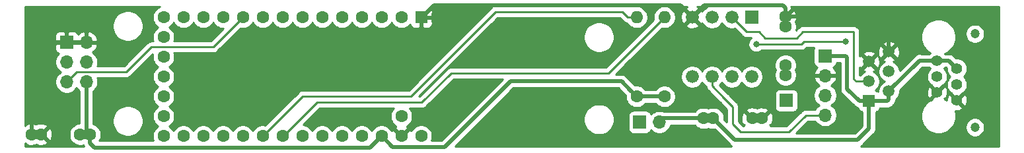
<source format=gbr>
G04 #@! TF.GenerationSoftware,KiCad,Pcbnew,5.1.5+dfsg1-2build2*
G04 #@! TF.CreationDate,2021-02-05T18:22:43+01:00*
G04 #@! TF.ProjectId,DNMS,444e4d53-2e6b-4696-9361-645f70636258,0.9.0*
G04 #@! TF.SameCoordinates,Original*
G04 #@! TF.FileFunction,Copper,L2,Bot*
G04 #@! TF.FilePolarity,Positive*
%FSLAX46Y46*%
G04 Gerber Fmt 4.6, Leading zero omitted, Abs format (unit mm)*
G04 Created by KiCad (PCBNEW 5.1.5+dfsg1-2build2) date 2021-02-05 18:22:43*
%MOMM*%
%LPD*%
G04 APERTURE LIST*
%ADD10C,1.400000*%
%ADD11C,1.200000*%
%ADD12R,1.520000X1.520000*%
%ADD13C,1.520000*%
%ADD14R,1.700000X1.700000*%
%ADD15C,1.600000*%
%ADD16R,1.600000X1.600000*%
%ADD17O,1.700000X1.700000*%
%ADD18R,1.676400X1.676400*%
%ADD19C,1.676400*%
%ADD20O,1.600000X1.600000*%
%ADD21C,0.800000*%
%ADD22C,0.500000*%
%ADD23C,0.250000*%
%ADD24C,0.254000*%
G04 APERTURE END LIST*
D10*
X178362480Y-82362200D03*
X180902480Y-83382200D03*
X178362480Y-84402200D03*
X180902480Y-85422200D03*
X178362480Y-86442200D03*
X180902480Y-87462200D03*
D11*
X183202480Y-90912200D03*
X183202480Y-78912200D03*
D12*
X169636440Y-87568560D03*
D13*
X172176440Y-86298560D03*
X169636440Y-85028560D03*
X172176440Y-83758560D03*
X169636440Y-82488560D03*
X172176440Y-81218560D03*
D14*
X159029400Y-87477600D03*
D15*
X154662200Y-89770200D03*
X149662200Y-89770200D03*
X148412200Y-89770200D03*
X155912200Y-89770200D03*
X158927800Y-77960400D03*
X158927800Y-82960400D03*
X158927800Y-84210400D03*
X158927800Y-76710400D03*
X63549200Y-91827400D03*
X68549200Y-91827400D03*
X69799200Y-91827400D03*
X62299200Y-91827400D03*
D16*
X112242600Y-76809600D03*
D15*
X109702600Y-76809600D03*
X107162600Y-76809600D03*
X104622600Y-76809600D03*
X102082600Y-76809600D03*
X99542600Y-76809600D03*
X97002600Y-76809600D03*
X94462600Y-76809600D03*
X91922600Y-76809600D03*
X89382600Y-76809600D03*
X86842600Y-76809600D03*
X84302600Y-76809600D03*
X81762600Y-76809600D03*
X109702600Y-89509600D03*
X112242600Y-92049600D03*
X109702600Y-92049600D03*
X107162600Y-92049600D03*
X104622600Y-92049600D03*
X102082600Y-92049600D03*
X99542600Y-92049600D03*
X97002600Y-92049600D03*
X94462600Y-92049600D03*
X91922600Y-92049600D03*
X89382600Y-92049600D03*
X86842600Y-92049600D03*
X84302600Y-92049600D03*
X81762600Y-92049600D03*
X79222600Y-76809600D03*
X79222600Y-79349600D03*
X79222600Y-81889600D03*
X79222600Y-92049600D03*
X79222600Y-89509600D03*
X79222600Y-86969600D03*
X79222600Y-84429600D03*
D17*
X69342000Y-85090000D03*
X66802000Y-85090000D03*
X69342000Y-82550000D03*
X66802000Y-82550000D03*
X69342000Y-80010000D03*
D14*
X66802000Y-80010000D03*
D17*
X164014400Y-89363800D03*
X164014400Y-86823800D03*
X164014400Y-84283800D03*
D14*
X164014400Y-81743800D03*
D17*
X142773400Y-90244800D03*
D14*
X140233400Y-90244800D03*
D18*
X154586000Y-76808000D03*
D19*
X152046000Y-76808000D03*
X149506000Y-76808000D03*
X146966000Y-76808000D03*
X146966000Y-84428000D03*
X149506000Y-84428000D03*
X152046000Y-84428000D03*
X154586000Y-84428000D03*
D20*
X139854000Y-76808000D03*
D15*
X139854000Y-86968000D03*
D20*
X143410000Y-76808000D03*
D15*
X143410000Y-86968000D03*
D21*
X74295000Y-85775800D03*
X126517400Y-81407000D03*
X85521800Y-87858600D03*
X82448400Y-79019400D03*
X155168600Y-80264000D03*
X166651560Y-79918560D03*
D22*
X112402620Y-76808000D02*
X113926620Y-75284000D01*
X145442000Y-75284000D02*
X146966000Y-76808000D01*
X113926620Y-75284000D02*
X145442000Y-75284000D01*
X66802000Y-80010000D02*
X69342000Y-80010000D01*
X65452000Y-80010000D02*
X66802000Y-80010000D01*
X62299200Y-83162800D02*
X65452000Y-80010000D01*
X62299200Y-92227400D02*
X63549200Y-92227400D01*
X155912200Y-89770200D02*
X154662200Y-89770200D01*
X148499190Y-75274810D02*
X146966000Y-76808000D01*
X158927800Y-75579030D02*
X158623580Y-75274810D01*
X158623580Y-75274810D02*
X148499190Y-75274810D01*
X158927800Y-76710400D02*
X158927800Y-75579030D01*
X158927800Y-76710400D02*
X158927800Y-77960400D01*
X62299200Y-84962380D02*
X62299200Y-91827400D01*
X62299200Y-83162800D02*
X62299200Y-84962380D01*
X172176440Y-77383640D02*
X172176440Y-81218560D01*
X158927800Y-76710400D02*
X171503200Y-76710400D01*
X171503200Y-76710400D02*
X172176440Y-77383640D01*
X139854000Y-86968000D02*
X143410000Y-86968000D01*
X68549200Y-92227400D02*
X69799200Y-92227400D01*
X107162600Y-92049600D02*
X107162600Y-92067380D01*
X107162600Y-92067380D02*
X107154980Y-92075000D01*
X108585000Y-93472000D02*
X107162600Y-92049600D01*
X115216000Y-93472000D02*
X108585000Y-93472000D01*
X139854000Y-86968000D02*
X139054001Y-86168001D01*
X139054001Y-86168001D02*
X139054001Y-86145801D01*
X137896600Y-84988400D02*
X123699600Y-84988400D01*
X139054001Y-86145801D02*
X137896600Y-84988400D01*
X123699600Y-84988400D02*
X115216000Y-93472000D01*
X105713200Y-93499000D02*
X107162600Y-92049600D01*
X69799200Y-92958770D02*
X70339430Y-93499000D01*
X70339430Y-93499000D02*
X105713200Y-93499000D01*
X69799200Y-91827400D02*
X69799200Y-92958770D01*
X69342000Y-91370200D02*
X69799200Y-91827400D01*
X69342000Y-85090000D02*
X69342000Y-91370200D01*
X171981242Y-87568560D02*
X169636440Y-87568560D01*
X172176440Y-86298560D02*
X172176440Y-87373362D01*
X172176440Y-87373362D02*
X171981242Y-87568560D01*
X168376440Y-87568560D02*
X166824660Y-86016780D01*
X169636440Y-87568560D02*
X168376440Y-87568560D01*
X166824660Y-86016780D02*
X166824660Y-81927700D01*
X166640760Y-81743800D02*
X164014400Y-81743800D01*
X166824660Y-81927700D02*
X166640760Y-81743800D01*
X169636440Y-87568560D02*
X169636440Y-91102180D01*
X169636440Y-91102180D02*
X168175940Y-92562680D01*
X152454680Y-92562680D02*
X149662200Y-89770200D01*
X168175940Y-92562680D02*
X152454680Y-92562680D01*
X143248000Y-89770200D02*
X142773400Y-90244800D01*
X148412200Y-89770200D02*
X143248000Y-89770200D01*
X172176440Y-86298560D02*
X176128200Y-82346800D01*
X176143600Y-82362200D02*
X178362480Y-82362200D01*
X176128200Y-82346800D02*
X176143600Y-82362200D01*
X179882480Y-82362200D02*
X180902480Y-83382200D01*
X178362480Y-82362200D02*
X179882480Y-82362200D01*
D23*
X161302700Y-79918560D02*
X166651560Y-79918560D01*
X155168600Y-80264000D02*
X160957260Y-80264000D01*
X160957260Y-80264000D02*
X161302700Y-79918560D01*
X153901800Y-78663800D02*
X152046000Y-76808000D01*
X167690800Y-84709000D02*
X167690800Y-78663800D01*
X169636440Y-85028560D02*
X168010360Y-85028560D01*
X168010360Y-85028560D02*
X167690800Y-84709000D01*
X167690800Y-78663800D02*
X161129980Y-78663800D01*
X161129980Y-78663800D02*
X160342580Y-79451200D01*
X160342580Y-79451200D02*
X156326840Y-79451200D01*
X155539440Y-78663800D02*
X153901800Y-78663800D01*
X156326840Y-79451200D02*
X155539440Y-78663800D01*
X97067700Y-86904500D02*
X91922600Y-92049600D01*
X110961500Y-86904500D02*
X97067700Y-86904500D01*
X149506000Y-84428000D02*
X149506000Y-85613393D01*
X149506000Y-85613393D02*
X151053800Y-87161193D01*
X151053800Y-87161193D02*
X151067593Y-87161193D01*
X138722630Y-76808000D02*
X138013030Y-76098400D01*
X139854000Y-76808000D02*
X138722630Y-76808000D01*
X121742200Y-76098400D02*
X120726200Y-77114400D01*
X138013030Y-76098400D02*
X121742200Y-76098400D01*
X121058000Y-76808000D02*
X120726200Y-77114400D01*
X120726200Y-77114400D02*
X110961500Y-86904500D01*
X152171400Y-88278793D02*
X151053800Y-87161193D01*
X152171400Y-90497660D02*
X152171400Y-88278793D01*
X161519620Y-89363800D02*
X159364680Y-91518740D01*
X153162000Y-91518740D02*
X153162000Y-91488260D01*
X159364680Y-91518740D02*
X153162000Y-91518740D01*
X164014400Y-89363800D02*
X161519620Y-89363800D01*
X153162000Y-91488260D02*
X152171400Y-90497660D01*
X98933000Y-87737620D02*
X98933000Y-87731600D01*
X94622620Y-92048000D02*
X98933000Y-87737620D01*
X116078000Y-83972400D02*
X112312780Y-87737620D01*
X143410000Y-76808000D02*
X136245600Y-83972400D01*
X112312780Y-87737620D02*
X98933000Y-87737620D01*
X136245600Y-83972400D02*
X116078000Y-83972400D01*
X85572600Y-80619600D02*
X89382600Y-76809600D01*
X77647800Y-80619600D02*
X85572600Y-80619600D01*
X74472800Y-83794600D02*
X77647800Y-80619600D01*
X66802000Y-85090000D02*
X68097400Y-83794600D01*
X68097400Y-83794600D02*
X74472800Y-83794600D01*
D24*
G36*
X78542873Y-75537920D02*
G01*
X78307841Y-75694963D01*
X78107963Y-75894841D01*
X77950920Y-76129873D01*
X77842747Y-76391026D01*
X77787600Y-76668265D01*
X77787600Y-76950935D01*
X77842747Y-77228174D01*
X77950920Y-77489327D01*
X78107963Y-77724359D01*
X78307841Y-77924237D01*
X78540359Y-78079600D01*
X78307841Y-78234963D01*
X78107963Y-78434841D01*
X77950920Y-78669873D01*
X77842747Y-78931026D01*
X77787600Y-79208265D01*
X77787600Y-79490935D01*
X77842747Y-79768174D01*
X77880617Y-79859600D01*
X77685122Y-79859600D01*
X77647799Y-79855924D01*
X77610476Y-79859600D01*
X77610467Y-79859600D01*
X77498814Y-79870597D01*
X77372214Y-79909000D01*
X77355553Y-79914054D01*
X77223523Y-79984626D01*
X77139883Y-80053268D01*
X77107799Y-80079599D01*
X77084001Y-80108597D01*
X74157999Y-83034600D01*
X70748624Y-83034600D01*
X70769932Y-82983158D01*
X70827000Y-82696260D01*
X70827000Y-82403740D01*
X70769932Y-82116842D01*
X70657990Y-81846589D01*
X70495475Y-81603368D01*
X70288632Y-81396525D01*
X70106466Y-81274805D01*
X70223355Y-81205178D01*
X70439588Y-81010269D01*
X70613641Y-80776920D01*
X70738825Y-80514099D01*
X70783476Y-80366890D01*
X70662155Y-80137000D01*
X69469000Y-80137000D01*
X69469000Y-80157000D01*
X69215000Y-80157000D01*
X69215000Y-80137000D01*
X66929000Y-80137000D01*
X66929000Y-80157000D01*
X66675000Y-80157000D01*
X66675000Y-80137000D01*
X65475750Y-80137000D01*
X65317000Y-80295750D01*
X65313928Y-80860000D01*
X65326188Y-80984482D01*
X65362498Y-81104180D01*
X65421463Y-81214494D01*
X65500815Y-81311185D01*
X65597506Y-81390537D01*
X65707820Y-81449502D01*
X65780380Y-81471513D01*
X65648525Y-81603368D01*
X65486010Y-81846589D01*
X65374068Y-82116842D01*
X65317000Y-82403740D01*
X65317000Y-82696260D01*
X65374068Y-82983158D01*
X65486010Y-83253411D01*
X65648525Y-83496632D01*
X65855368Y-83703475D01*
X66029760Y-83820000D01*
X65855368Y-83936525D01*
X65648525Y-84143368D01*
X65486010Y-84386589D01*
X65374068Y-84656842D01*
X65317000Y-84943740D01*
X65317000Y-85236260D01*
X65374068Y-85523158D01*
X65486010Y-85793411D01*
X65648525Y-86036632D01*
X65855368Y-86243475D01*
X66098589Y-86405990D01*
X66368842Y-86517932D01*
X66655740Y-86575000D01*
X66948260Y-86575000D01*
X67235158Y-86517932D01*
X67505411Y-86405990D01*
X67748632Y-86243475D01*
X67955475Y-86036632D01*
X68072000Y-85862240D01*
X68188525Y-86036632D01*
X68395368Y-86243475D01*
X68457000Y-86284656D01*
X68457001Y-90392400D01*
X68407865Y-90392400D01*
X68130626Y-90447547D01*
X67869473Y-90555720D01*
X67634441Y-90712763D01*
X67434563Y-90912641D01*
X67277520Y-91147673D01*
X67169347Y-91408826D01*
X67114200Y-91686065D01*
X67114200Y-91968735D01*
X67169347Y-92245974D01*
X67277520Y-92507127D01*
X67434563Y-92742159D01*
X67634441Y-92942037D01*
X67869473Y-93099080D01*
X68130626Y-93207253D01*
X68407865Y-93262400D01*
X68690535Y-93262400D01*
X68950780Y-93210633D01*
X68977612Y-93299083D01*
X68999482Y-93340000D01*
X61518400Y-93340000D01*
X61518400Y-92930177D01*
X61557686Y-93064071D01*
X61813196Y-93184971D01*
X62087384Y-93253700D01*
X62369712Y-93267617D01*
X62649330Y-93226187D01*
X62915492Y-93131003D01*
X62931292Y-93122558D01*
X63063196Y-93184971D01*
X63337384Y-93253700D01*
X63619712Y-93267617D01*
X63899330Y-93226187D01*
X64165492Y-93131003D01*
X64290714Y-93064071D01*
X64362297Y-92820102D01*
X63696621Y-92154426D01*
X63725500Y-92039216D01*
X63735606Y-91834201D01*
X64541902Y-92640497D01*
X64785871Y-92568914D01*
X64906771Y-92313404D01*
X64975500Y-92039216D01*
X64989417Y-91756888D01*
X64947987Y-91477270D01*
X64852803Y-91211108D01*
X64785871Y-91085886D01*
X64541902Y-91014303D01*
X63736311Y-91819894D01*
X63739417Y-91756888D01*
X63700792Y-91496203D01*
X64362297Y-90834698D01*
X64290714Y-90590729D01*
X64035204Y-90469829D01*
X63761016Y-90401100D01*
X63478688Y-90387183D01*
X63199070Y-90428613D01*
X62932908Y-90523797D01*
X62917108Y-90532242D01*
X62785204Y-90469829D01*
X62511016Y-90401100D01*
X62228688Y-90387183D01*
X61949070Y-90428613D01*
X61682908Y-90523797D01*
X61557686Y-90590729D01*
X61518400Y-90724623D01*
X61518400Y-79160000D01*
X65313928Y-79160000D01*
X65317000Y-79724250D01*
X65475750Y-79883000D01*
X66675000Y-79883000D01*
X66675000Y-78683750D01*
X66929000Y-78683750D01*
X66929000Y-79883000D01*
X69215000Y-79883000D01*
X69215000Y-78689186D01*
X69469000Y-78689186D01*
X69469000Y-79883000D01*
X70662155Y-79883000D01*
X70783476Y-79653110D01*
X70738825Y-79505901D01*
X70613641Y-79243080D01*
X70439588Y-79009731D01*
X70223355Y-78814822D01*
X69973252Y-78665843D01*
X69698891Y-78568519D01*
X69469000Y-78689186D01*
X69215000Y-78689186D01*
X68985109Y-78568519D01*
X68710748Y-78665843D01*
X68460645Y-78814822D01*
X68264498Y-78991626D01*
X68241502Y-78915820D01*
X68182537Y-78805506D01*
X68103185Y-78708815D01*
X68006494Y-78629463D01*
X67896180Y-78570498D01*
X67776482Y-78534188D01*
X67652000Y-78521928D01*
X67087750Y-78525000D01*
X66929000Y-78683750D01*
X66675000Y-78683750D01*
X66516250Y-78525000D01*
X65952000Y-78521928D01*
X65827518Y-78534188D01*
X65707820Y-78570498D01*
X65597506Y-78629463D01*
X65500815Y-78708815D01*
X65421463Y-78805506D01*
X65362498Y-78915820D01*
X65326188Y-79035518D01*
X65313928Y-79160000D01*
X61518400Y-79160000D01*
X61518400Y-77728495D01*
X72658000Y-77728495D01*
X72658000Y-78119505D01*
X72734282Y-78503003D01*
X72883915Y-78864250D01*
X73101149Y-79189364D01*
X73377636Y-79465851D01*
X73702750Y-79683085D01*
X74063997Y-79832718D01*
X74447495Y-79909000D01*
X74838505Y-79909000D01*
X75222003Y-79832718D01*
X75583250Y-79683085D01*
X75908364Y-79465851D01*
X76184851Y-79189364D01*
X76402085Y-78864250D01*
X76551718Y-78503003D01*
X76628000Y-78119505D01*
X76628000Y-77728495D01*
X76551718Y-77344997D01*
X76402085Y-76983750D01*
X76184851Y-76658636D01*
X75908364Y-76382149D01*
X75583250Y-76164915D01*
X75222003Y-76015282D01*
X74838505Y-75939000D01*
X74447495Y-75939000D01*
X74063997Y-76015282D01*
X73702750Y-76164915D01*
X73377636Y-76382149D01*
X73101149Y-76658636D01*
X72883915Y-76983750D01*
X72734282Y-77344997D01*
X72658000Y-77728495D01*
X61518400Y-77728495D01*
X61518400Y-75459800D01*
X78731472Y-75459800D01*
X78542873Y-75537920D01*
G37*
X78542873Y-75537920D02*
X78307841Y-75694963D01*
X78107963Y-75894841D01*
X77950920Y-76129873D01*
X77842747Y-76391026D01*
X77787600Y-76668265D01*
X77787600Y-76950935D01*
X77842747Y-77228174D01*
X77950920Y-77489327D01*
X78107963Y-77724359D01*
X78307841Y-77924237D01*
X78540359Y-78079600D01*
X78307841Y-78234963D01*
X78107963Y-78434841D01*
X77950920Y-78669873D01*
X77842747Y-78931026D01*
X77787600Y-79208265D01*
X77787600Y-79490935D01*
X77842747Y-79768174D01*
X77880617Y-79859600D01*
X77685122Y-79859600D01*
X77647799Y-79855924D01*
X77610476Y-79859600D01*
X77610467Y-79859600D01*
X77498814Y-79870597D01*
X77372214Y-79909000D01*
X77355553Y-79914054D01*
X77223523Y-79984626D01*
X77139883Y-80053268D01*
X77107799Y-80079599D01*
X77084001Y-80108597D01*
X74157999Y-83034600D01*
X70748624Y-83034600D01*
X70769932Y-82983158D01*
X70827000Y-82696260D01*
X70827000Y-82403740D01*
X70769932Y-82116842D01*
X70657990Y-81846589D01*
X70495475Y-81603368D01*
X70288632Y-81396525D01*
X70106466Y-81274805D01*
X70223355Y-81205178D01*
X70439588Y-81010269D01*
X70613641Y-80776920D01*
X70738825Y-80514099D01*
X70783476Y-80366890D01*
X70662155Y-80137000D01*
X69469000Y-80137000D01*
X69469000Y-80157000D01*
X69215000Y-80157000D01*
X69215000Y-80137000D01*
X66929000Y-80137000D01*
X66929000Y-80157000D01*
X66675000Y-80157000D01*
X66675000Y-80137000D01*
X65475750Y-80137000D01*
X65317000Y-80295750D01*
X65313928Y-80860000D01*
X65326188Y-80984482D01*
X65362498Y-81104180D01*
X65421463Y-81214494D01*
X65500815Y-81311185D01*
X65597506Y-81390537D01*
X65707820Y-81449502D01*
X65780380Y-81471513D01*
X65648525Y-81603368D01*
X65486010Y-81846589D01*
X65374068Y-82116842D01*
X65317000Y-82403740D01*
X65317000Y-82696260D01*
X65374068Y-82983158D01*
X65486010Y-83253411D01*
X65648525Y-83496632D01*
X65855368Y-83703475D01*
X66029760Y-83820000D01*
X65855368Y-83936525D01*
X65648525Y-84143368D01*
X65486010Y-84386589D01*
X65374068Y-84656842D01*
X65317000Y-84943740D01*
X65317000Y-85236260D01*
X65374068Y-85523158D01*
X65486010Y-85793411D01*
X65648525Y-86036632D01*
X65855368Y-86243475D01*
X66098589Y-86405990D01*
X66368842Y-86517932D01*
X66655740Y-86575000D01*
X66948260Y-86575000D01*
X67235158Y-86517932D01*
X67505411Y-86405990D01*
X67748632Y-86243475D01*
X67955475Y-86036632D01*
X68072000Y-85862240D01*
X68188525Y-86036632D01*
X68395368Y-86243475D01*
X68457000Y-86284656D01*
X68457001Y-90392400D01*
X68407865Y-90392400D01*
X68130626Y-90447547D01*
X67869473Y-90555720D01*
X67634441Y-90712763D01*
X67434563Y-90912641D01*
X67277520Y-91147673D01*
X67169347Y-91408826D01*
X67114200Y-91686065D01*
X67114200Y-91968735D01*
X67169347Y-92245974D01*
X67277520Y-92507127D01*
X67434563Y-92742159D01*
X67634441Y-92942037D01*
X67869473Y-93099080D01*
X68130626Y-93207253D01*
X68407865Y-93262400D01*
X68690535Y-93262400D01*
X68950780Y-93210633D01*
X68977612Y-93299083D01*
X68999482Y-93340000D01*
X61518400Y-93340000D01*
X61518400Y-92930177D01*
X61557686Y-93064071D01*
X61813196Y-93184971D01*
X62087384Y-93253700D01*
X62369712Y-93267617D01*
X62649330Y-93226187D01*
X62915492Y-93131003D01*
X62931292Y-93122558D01*
X63063196Y-93184971D01*
X63337384Y-93253700D01*
X63619712Y-93267617D01*
X63899330Y-93226187D01*
X64165492Y-93131003D01*
X64290714Y-93064071D01*
X64362297Y-92820102D01*
X63696621Y-92154426D01*
X63725500Y-92039216D01*
X63735606Y-91834201D01*
X64541902Y-92640497D01*
X64785871Y-92568914D01*
X64906771Y-92313404D01*
X64975500Y-92039216D01*
X64989417Y-91756888D01*
X64947987Y-91477270D01*
X64852803Y-91211108D01*
X64785871Y-91085886D01*
X64541902Y-91014303D01*
X63736311Y-91819894D01*
X63739417Y-91756888D01*
X63700792Y-91496203D01*
X64362297Y-90834698D01*
X64290714Y-90590729D01*
X64035204Y-90469829D01*
X63761016Y-90401100D01*
X63478688Y-90387183D01*
X63199070Y-90428613D01*
X62932908Y-90523797D01*
X62917108Y-90532242D01*
X62785204Y-90469829D01*
X62511016Y-90401100D01*
X62228688Y-90387183D01*
X61949070Y-90428613D01*
X61682908Y-90523797D01*
X61557686Y-90590729D01*
X61518400Y-90724623D01*
X61518400Y-79160000D01*
X65313928Y-79160000D01*
X65317000Y-79724250D01*
X65475750Y-79883000D01*
X66675000Y-79883000D01*
X66675000Y-78683750D01*
X66929000Y-78683750D01*
X66929000Y-79883000D01*
X69215000Y-79883000D01*
X69215000Y-78689186D01*
X69469000Y-78689186D01*
X69469000Y-79883000D01*
X70662155Y-79883000D01*
X70783476Y-79653110D01*
X70738825Y-79505901D01*
X70613641Y-79243080D01*
X70439588Y-79009731D01*
X70223355Y-78814822D01*
X69973252Y-78665843D01*
X69698891Y-78568519D01*
X69469000Y-78689186D01*
X69215000Y-78689186D01*
X68985109Y-78568519D01*
X68710748Y-78665843D01*
X68460645Y-78814822D01*
X68264498Y-78991626D01*
X68241502Y-78915820D01*
X68182537Y-78805506D01*
X68103185Y-78708815D01*
X68006494Y-78629463D01*
X67896180Y-78570498D01*
X67776482Y-78534188D01*
X67652000Y-78521928D01*
X67087750Y-78525000D01*
X66929000Y-78683750D01*
X66675000Y-78683750D01*
X66516250Y-78525000D01*
X65952000Y-78521928D01*
X65827518Y-78534188D01*
X65707820Y-78570498D01*
X65597506Y-78629463D01*
X65500815Y-78708815D01*
X65421463Y-78805506D01*
X65362498Y-78915820D01*
X65326188Y-79035518D01*
X65313928Y-79160000D01*
X61518400Y-79160000D01*
X61518400Y-77728495D01*
X72658000Y-77728495D01*
X72658000Y-78119505D01*
X72734282Y-78503003D01*
X72883915Y-78864250D01*
X73101149Y-79189364D01*
X73377636Y-79465851D01*
X73702750Y-79683085D01*
X74063997Y-79832718D01*
X74447495Y-79909000D01*
X74838505Y-79909000D01*
X75222003Y-79832718D01*
X75583250Y-79683085D01*
X75908364Y-79465851D01*
X76184851Y-79189364D01*
X76402085Y-78864250D01*
X76551718Y-78503003D01*
X76628000Y-78119505D01*
X76628000Y-77728495D01*
X76551718Y-77344997D01*
X76402085Y-76983750D01*
X76184851Y-76658636D01*
X75908364Y-76382149D01*
X75583250Y-76164915D01*
X75222003Y-76015282D01*
X74838505Y-75939000D01*
X74447495Y-75939000D01*
X74063997Y-76015282D01*
X73702750Y-76164915D01*
X73377636Y-76382149D01*
X73101149Y-76658636D01*
X72883915Y-76983750D01*
X72734282Y-77344997D01*
X72658000Y-77728495D01*
X61518400Y-77728495D01*
X61518400Y-75459800D01*
X78731472Y-75459800D01*
X78542873Y-75537920D01*
G36*
X146336372Y-75468246D02*
G01*
X146201838Y-75540156D01*
X146125630Y-75788025D01*
X146966000Y-76628395D01*
X147806370Y-75788025D01*
X147730162Y-75540156D01*
X147561339Y-75459800D01*
X148911185Y-75459800D01*
X148808178Y-75502467D01*
X148566890Y-75663691D01*
X148361691Y-75868890D01*
X148238711Y-76052943D01*
X148233844Y-76043838D01*
X147985975Y-75967630D01*
X147145605Y-76808000D01*
X147985975Y-77648370D01*
X148233844Y-77572162D01*
X148238399Y-77562592D01*
X148361691Y-77747110D01*
X148566890Y-77952309D01*
X148808178Y-78113533D01*
X149076283Y-78224586D01*
X149360902Y-78281200D01*
X149651098Y-78281200D01*
X149935717Y-78224586D01*
X150203822Y-78113533D01*
X150445110Y-77952309D01*
X150650309Y-77747110D01*
X150776000Y-77559001D01*
X150901691Y-77747110D01*
X151106890Y-77952309D01*
X151348178Y-78113533D01*
X151616283Y-78224586D01*
X151900902Y-78281200D01*
X152191098Y-78281200D01*
X152402373Y-78239175D01*
X153338000Y-79174802D01*
X153361799Y-79203801D01*
X153390797Y-79227599D01*
X153477524Y-79298774D01*
X153609553Y-79369346D01*
X153752814Y-79412803D01*
X153901800Y-79427477D01*
X153939133Y-79423800D01*
X154563098Y-79423800D01*
X154508826Y-79460063D01*
X154364663Y-79604226D01*
X154251395Y-79773744D01*
X154173374Y-79962102D01*
X154133600Y-80162061D01*
X154133600Y-80365939D01*
X154173374Y-80565898D01*
X154251395Y-80754256D01*
X154364663Y-80923774D01*
X154508826Y-81067937D01*
X154678344Y-81181205D01*
X154866702Y-81259226D01*
X155066661Y-81299000D01*
X155270539Y-81299000D01*
X155470498Y-81259226D01*
X155658856Y-81181205D01*
X155828374Y-81067937D01*
X155872311Y-81024000D01*
X160919938Y-81024000D01*
X160957260Y-81027676D01*
X160994582Y-81024000D01*
X160994593Y-81024000D01*
X161106246Y-81013003D01*
X161249507Y-80969546D01*
X161381536Y-80898974D01*
X161497261Y-80804001D01*
X161521064Y-80774997D01*
X161617501Y-80678560D01*
X162566119Y-80678560D01*
X162538588Y-80769318D01*
X162526328Y-80893800D01*
X162526328Y-82593800D01*
X162538588Y-82718282D01*
X162574898Y-82837980D01*
X162633863Y-82948294D01*
X162713215Y-83044985D01*
X162809906Y-83124337D01*
X162920220Y-83183302D01*
X163000866Y-83207766D01*
X162916812Y-83283531D01*
X162742759Y-83516880D01*
X162617575Y-83779701D01*
X162572924Y-83926910D01*
X162694245Y-84156800D01*
X163887400Y-84156800D01*
X163887400Y-84136800D01*
X164141400Y-84136800D01*
X164141400Y-84156800D01*
X165334555Y-84156800D01*
X165455876Y-83926910D01*
X165411225Y-83779701D01*
X165286041Y-83516880D01*
X165111988Y-83283531D01*
X165027934Y-83207766D01*
X165108580Y-83183302D01*
X165218894Y-83124337D01*
X165315585Y-83044985D01*
X165394937Y-82948294D01*
X165453902Y-82837980D01*
X165490212Y-82718282D01*
X165499025Y-82628800D01*
X165939661Y-82628800D01*
X165939660Y-85973311D01*
X165935379Y-86016780D01*
X165939660Y-86060249D01*
X165939660Y-86060256D01*
X165949787Y-86163075D01*
X165952465Y-86190270D01*
X165958898Y-86211477D01*
X166003071Y-86357092D01*
X166085249Y-86510838D01*
X166195843Y-86645597D01*
X166229616Y-86673314D01*
X167719910Y-88163609D01*
X167747623Y-88197377D01*
X167781391Y-88225090D01*
X167781393Y-88225092D01*
X167806330Y-88245557D01*
X167882381Y-88307971D01*
X168036127Y-88390149D01*
X168202950Y-88440755D01*
X168249873Y-88445376D01*
X168250628Y-88453042D01*
X168286938Y-88572740D01*
X168345903Y-88683054D01*
X168425255Y-88779745D01*
X168521946Y-88859097D01*
X168632260Y-88918062D01*
X168751440Y-88954215D01*
X168751441Y-90735600D01*
X167809362Y-91677680D01*
X160280541Y-91677680D01*
X161834423Y-90123800D01*
X162736222Y-90123800D01*
X162860925Y-90310432D01*
X163067768Y-90517275D01*
X163310989Y-90679790D01*
X163581242Y-90791732D01*
X163868140Y-90848800D01*
X164160660Y-90848800D01*
X164447558Y-90791732D01*
X164717811Y-90679790D01*
X164961032Y-90517275D01*
X165167875Y-90310432D01*
X165330390Y-90067211D01*
X165442332Y-89796958D01*
X165499400Y-89510060D01*
X165499400Y-89217540D01*
X165442332Y-88930642D01*
X165330390Y-88660389D01*
X165167875Y-88417168D01*
X164961032Y-88210325D01*
X164786640Y-88093800D01*
X164961032Y-87977275D01*
X165167875Y-87770432D01*
X165330390Y-87527211D01*
X165442332Y-87256958D01*
X165499400Y-86970060D01*
X165499400Y-86677540D01*
X165442332Y-86390642D01*
X165330390Y-86120389D01*
X165167875Y-85877168D01*
X164961032Y-85670325D01*
X164778866Y-85548605D01*
X164895755Y-85478978D01*
X165111988Y-85284069D01*
X165286041Y-85050720D01*
X165411225Y-84787899D01*
X165455876Y-84640690D01*
X165334555Y-84410800D01*
X164141400Y-84410800D01*
X164141400Y-84430800D01*
X163887400Y-84430800D01*
X163887400Y-84410800D01*
X162694245Y-84410800D01*
X162572924Y-84640690D01*
X162617575Y-84787899D01*
X162742759Y-85050720D01*
X162916812Y-85284069D01*
X163133045Y-85478978D01*
X163249934Y-85548605D01*
X163067768Y-85670325D01*
X162860925Y-85877168D01*
X162698410Y-86120389D01*
X162586468Y-86390642D01*
X162529400Y-86677540D01*
X162529400Y-86970060D01*
X162586468Y-87256958D01*
X162698410Y-87527211D01*
X162860925Y-87770432D01*
X163067768Y-87977275D01*
X163242160Y-88093800D01*
X163067768Y-88210325D01*
X162860925Y-88417168D01*
X162736222Y-88603800D01*
X161556942Y-88603800D01*
X161519619Y-88600124D01*
X161482296Y-88603800D01*
X161482287Y-88603800D01*
X161370634Y-88614797D01*
X161227373Y-88658254D01*
X161095344Y-88728826D01*
X161095342Y-88728827D01*
X161095343Y-88728827D01*
X161008616Y-88800001D01*
X161008612Y-88800005D01*
X160979619Y-88823799D01*
X160955825Y-88852792D01*
X159049879Y-90758740D01*
X156962007Y-90758740D01*
X157021177Y-90699570D01*
X156904904Y-90583297D01*
X157148871Y-90511714D01*
X157269771Y-90256204D01*
X157338500Y-89982016D01*
X157352417Y-89699688D01*
X157310987Y-89420070D01*
X157215803Y-89153908D01*
X157148871Y-89028686D01*
X156904902Y-88957103D01*
X156099311Y-89762694D01*
X156102417Y-89699688D01*
X156063792Y-89439003D01*
X156725297Y-88777498D01*
X156653714Y-88533529D01*
X156398204Y-88412629D01*
X156124016Y-88343900D01*
X155841688Y-88329983D01*
X155562070Y-88371413D01*
X155295908Y-88466597D01*
X155280108Y-88475042D01*
X155148204Y-88412629D01*
X154874016Y-88343900D01*
X154591688Y-88329983D01*
X154312070Y-88371413D01*
X154045908Y-88466597D01*
X153920686Y-88533529D01*
X153849103Y-88777498D01*
X154514779Y-89443174D01*
X154485900Y-89558384D01*
X154475794Y-89763399D01*
X153669498Y-88957103D01*
X153425529Y-89028686D01*
X153304629Y-89284196D01*
X153235900Y-89558384D01*
X153221983Y-89840712D01*
X153263413Y-90120330D01*
X153358597Y-90386492D01*
X153425529Y-90511714D01*
X153669496Y-90583297D01*
X153553223Y-90699570D01*
X153612393Y-90758740D01*
X153507282Y-90758740D01*
X152931400Y-90182859D01*
X152931400Y-88316115D01*
X152935076Y-88278792D01*
X152931400Y-88241469D01*
X152931400Y-88241460D01*
X152920403Y-88129807D01*
X152876946Y-87986546D01*
X152806374Y-87854516D01*
X152735199Y-87767790D01*
X152711401Y-87738792D01*
X152682403Y-87714994D01*
X151694521Y-86727113D01*
X151612853Y-86627600D01*
X157541328Y-86627600D01*
X157541328Y-88327600D01*
X157553588Y-88452082D01*
X157589898Y-88571780D01*
X157648863Y-88682094D01*
X157728215Y-88778785D01*
X157824906Y-88858137D01*
X157935220Y-88917102D01*
X158054918Y-88953412D01*
X158179400Y-88965672D01*
X159879400Y-88965672D01*
X160003882Y-88953412D01*
X160123580Y-88917102D01*
X160233894Y-88858137D01*
X160330585Y-88778785D01*
X160409937Y-88682094D01*
X160468902Y-88571780D01*
X160505212Y-88452082D01*
X160517472Y-88327600D01*
X160517472Y-86627600D01*
X160505212Y-86503118D01*
X160468902Y-86383420D01*
X160409937Y-86273106D01*
X160330585Y-86176415D01*
X160233894Y-86097063D01*
X160123580Y-86038098D01*
X160003882Y-86001788D01*
X159879400Y-85989528D01*
X158179400Y-85989528D01*
X158054918Y-86001788D01*
X157935220Y-86038098D01*
X157824906Y-86097063D01*
X157728215Y-86176415D01*
X157648863Y-86273106D01*
X157589898Y-86383420D01*
X157553588Y-86503118D01*
X157541328Y-86627600D01*
X151612853Y-86627600D01*
X151607594Y-86621192D01*
X151501678Y-86534269D01*
X150492414Y-85525005D01*
X150650309Y-85367110D01*
X150776000Y-85179001D01*
X150901691Y-85367110D01*
X151106890Y-85572309D01*
X151348178Y-85733533D01*
X151616283Y-85844586D01*
X151900902Y-85901200D01*
X152191098Y-85901200D01*
X152475717Y-85844586D01*
X152743822Y-85733533D01*
X152985110Y-85572309D01*
X153190309Y-85367110D01*
X153316000Y-85179001D01*
X153441691Y-85367110D01*
X153646890Y-85572309D01*
X153888178Y-85733533D01*
X154156283Y-85844586D01*
X154440902Y-85901200D01*
X154731098Y-85901200D01*
X155015717Y-85844586D01*
X155283822Y-85733533D01*
X155525110Y-85572309D01*
X155730309Y-85367110D01*
X155891533Y-85125822D01*
X156002586Y-84857717D01*
X156059200Y-84573098D01*
X156059200Y-84282902D01*
X156002586Y-83998283D01*
X155891533Y-83730178D01*
X155730309Y-83488890D01*
X155525110Y-83283691D01*
X155283822Y-83122467D01*
X155015717Y-83011414D01*
X154731098Y-82954800D01*
X154440902Y-82954800D01*
X154156283Y-83011414D01*
X153888178Y-83122467D01*
X153646890Y-83283691D01*
X153441691Y-83488890D01*
X153316000Y-83676999D01*
X153190309Y-83488890D01*
X152985110Y-83283691D01*
X152743822Y-83122467D01*
X152475717Y-83011414D01*
X152191098Y-82954800D01*
X151900902Y-82954800D01*
X151616283Y-83011414D01*
X151348178Y-83122467D01*
X151106890Y-83283691D01*
X150901691Y-83488890D01*
X150776000Y-83676999D01*
X150650309Y-83488890D01*
X150445110Y-83283691D01*
X150203822Y-83122467D01*
X149935717Y-83011414D01*
X149651098Y-82954800D01*
X149360902Y-82954800D01*
X149076283Y-83011414D01*
X148808178Y-83122467D01*
X148566890Y-83283691D01*
X148361691Y-83488890D01*
X148236000Y-83676999D01*
X148110309Y-83488890D01*
X147905110Y-83283691D01*
X147663822Y-83122467D01*
X147395717Y-83011414D01*
X147111098Y-82954800D01*
X146820902Y-82954800D01*
X146536283Y-83011414D01*
X146268178Y-83122467D01*
X146026890Y-83283691D01*
X145821691Y-83488890D01*
X145660467Y-83730178D01*
X145549414Y-83998283D01*
X145492800Y-84282902D01*
X145492800Y-84573098D01*
X145549414Y-84857717D01*
X145660467Y-85125822D01*
X145821691Y-85367110D01*
X146026890Y-85572309D01*
X146268178Y-85733533D01*
X146536283Y-85844586D01*
X146820902Y-85901200D01*
X147111098Y-85901200D01*
X147395717Y-85844586D01*
X147663822Y-85733533D01*
X147905110Y-85572309D01*
X148110309Y-85367110D01*
X148236000Y-85179001D01*
X148361691Y-85367110D01*
X148566890Y-85572309D01*
X148750351Y-85694894D01*
X148756998Y-85762378D01*
X148800454Y-85905639D01*
X148871026Y-86037669D01*
X148940900Y-86122810D01*
X148966000Y-86153394D01*
X148994998Y-86177192D01*
X150490000Y-87672195D01*
X150513799Y-87701194D01*
X150542802Y-87724997D01*
X151411401Y-88593596D01*
X151411400Y-90267822D01*
X151090217Y-89946639D01*
X151097200Y-89911535D01*
X151097200Y-89628865D01*
X151042053Y-89351626D01*
X150933880Y-89090473D01*
X150776837Y-88855441D01*
X150576959Y-88655563D01*
X150341927Y-88498520D01*
X150080774Y-88390347D01*
X149803535Y-88335200D01*
X149520865Y-88335200D01*
X149243626Y-88390347D01*
X149037200Y-88475851D01*
X148830774Y-88390347D01*
X148553535Y-88335200D01*
X148270865Y-88335200D01*
X147993626Y-88390347D01*
X147732473Y-88498520D01*
X147497441Y-88655563D01*
X147297563Y-88855441D01*
X147277679Y-88885200D01*
X143371527Y-88885200D01*
X143206558Y-88816868D01*
X142919660Y-88759800D01*
X142627140Y-88759800D01*
X142340242Y-88816868D01*
X142069989Y-88928810D01*
X141826768Y-89091325D01*
X141694913Y-89223180D01*
X141672902Y-89150620D01*
X141613937Y-89040306D01*
X141534585Y-88943615D01*
X141437894Y-88864263D01*
X141327580Y-88805298D01*
X141207882Y-88768988D01*
X141083400Y-88756728D01*
X139383400Y-88756728D01*
X139258918Y-88768988D01*
X139139220Y-88805298D01*
X139028906Y-88864263D01*
X138932215Y-88943615D01*
X138852863Y-89040306D01*
X138793898Y-89150620D01*
X138757588Y-89270318D01*
X138745328Y-89394800D01*
X138745328Y-91094800D01*
X138757588Y-91219282D01*
X138793898Y-91338980D01*
X138852863Y-91449294D01*
X138932215Y-91545985D01*
X139028906Y-91625337D01*
X139139220Y-91684302D01*
X139258918Y-91720612D01*
X139383400Y-91732872D01*
X141083400Y-91732872D01*
X141207882Y-91720612D01*
X141327580Y-91684302D01*
X141437894Y-91625337D01*
X141534585Y-91545985D01*
X141613937Y-91449294D01*
X141672902Y-91338980D01*
X141694913Y-91266420D01*
X141826768Y-91398275D01*
X142069989Y-91560790D01*
X142340242Y-91672732D01*
X142627140Y-91729800D01*
X142919660Y-91729800D01*
X143206558Y-91672732D01*
X143476811Y-91560790D01*
X143720032Y-91398275D01*
X143926875Y-91191432D01*
X144089390Y-90948211D01*
X144201332Y-90677958D01*
X144205859Y-90655200D01*
X147277679Y-90655200D01*
X147297563Y-90684959D01*
X147497441Y-90884837D01*
X147732473Y-91041880D01*
X147993626Y-91150053D01*
X148270865Y-91205200D01*
X148553535Y-91205200D01*
X148830774Y-91150053D01*
X149037200Y-91064549D01*
X149243626Y-91150053D01*
X149520865Y-91205200D01*
X149803535Y-91205200D01*
X149838639Y-91198217D01*
X151798150Y-93157729D01*
X151825863Y-93191497D01*
X151859631Y-93219210D01*
X151859633Y-93219212D01*
X151901657Y-93253700D01*
X151960621Y-93302091D01*
X152031545Y-93340000D01*
X116599578Y-93340000D01*
X120235083Y-89704495D01*
X133041400Y-89704495D01*
X133041400Y-90095505D01*
X133117682Y-90479003D01*
X133267315Y-90840250D01*
X133484549Y-91165364D01*
X133761036Y-91441851D01*
X134086150Y-91659085D01*
X134447397Y-91808718D01*
X134830895Y-91885000D01*
X135221905Y-91885000D01*
X135605403Y-91808718D01*
X135966650Y-91659085D01*
X136291764Y-91441851D01*
X136568251Y-91165364D01*
X136785485Y-90840250D01*
X136935118Y-90479003D01*
X137011400Y-90095505D01*
X137011400Y-89704495D01*
X136935118Y-89320997D01*
X136785485Y-88959750D01*
X136568251Y-88634636D01*
X136291764Y-88358149D01*
X135966650Y-88140915D01*
X135605403Y-87991282D01*
X135221905Y-87915000D01*
X134830895Y-87915000D01*
X134447397Y-87991282D01*
X134086150Y-88140915D01*
X133761036Y-88358149D01*
X133484549Y-88634636D01*
X133267315Y-88959750D01*
X133117682Y-89320997D01*
X133041400Y-89704495D01*
X120235083Y-89704495D01*
X124066179Y-85873400D01*
X137530022Y-85873400D01*
X138309894Y-86653272D01*
X138314590Y-86662059D01*
X138424985Y-86796576D01*
X138419000Y-86826665D01*
X138419000Y-87109335D01*
X138474147Y-87386574D01*
X138582320Y-87647727D01*
X138739363Y-87882759D01*
X138939241Y-88082637D01*
X139174273Y-88239680D01*
X139435426Y-88347853D01*
X139712665Y-88403000D01*
X139995335Y-88403000D01*
X140272574Y-88347853D01*
X140533727Y-88239680D01*
X140768759Y-88082637D01*
X140968637Y-87882759D01*
X140988521Y-87853000D01*
X142275479Y-87853000D01*
X142295363Y-87882759D01*
X142495241Y-88082637D01*
X142730273Y-88239680D01*
X142991426Y-88347853D01*
X143268665Y-88403000D01*
X143551335Y-88403000D01*
X143828574Y-88347853D01*
X144089727Y-88239680D01*
X144324759Y-88082637D01*
X144524637Y-87882759D01*
X144681680Y-87647727D01*
X144789853Y-87386574D01*
X144845000Y-87109335D01*
X144845000Y-86826665D01*
X144789853Y-86549426D01*
X144681680Y-86288273D01*
X144524637Y-86053241D01*
X144324759Y-85853363D01*
X144089727Y-85696320D01*
X143828574Y-85588147D01*
X143551335Y-85533000D01*
X143268665Y-85533000D01*
X142991426Y-85588147D01*
X142730273Y-85696320D01*
X142495241Y-85853363D01*
X142295363Y-86053241D01*
X142275479Y-86083000D01*
X140988521Y-86083000D01*
X140968637Y-86053241D01*
X140768759Y-85853363D01*
X140533727Y-85696320D01*
X140272574Y-85588147D01*
X139995335Y-85533000D01*
X139712665Y-85533000D01*
X139698306Y-85535856D01*
X139682818Y-85516984D01*
X139649050Y-85489271D01*
X138553134Y-84393356D01*
X138525417Y-84359583D01*
X138390659Y-84248989D01*
X138236913Y-84166811D01*
X138070090Y-84116205D01*
X137940077Y-84103400D01*
X137940069Y-84103400D01*
X137896600Y-84099119D01*
X137853131Y-84103400D01*
X137189401Y-84103400D01*
X138473736Y-82819065D01*
X157492800Y-82819065D01*
X157492800Y-83101735D01*
X157547947Y-83378974D01*
X157633451Y-83585400D01*
X157547947Y-83791826D01*
X157492800Y-84069065D01*
X157492800Y-84351735D01*
X157547947Y-84628974D01*
X157656120Y-84890127D01*
X157813163Y-85125159D01*
X158013041Y-85325037D01*
X158248073Y-85482080D01*
X158509226Y-85590253D01*
X158786465Y-85645400D01*
X159069135Y-85645400D01*
X159346374Y-85590253D01*
X159607527Y-85482080D01*
X159842559Y-85325037D01*
X160042437Y-85125159D01*
X160199480Y-84890127D01*
X160307653Y-84628974D01*
X160362800Y-84351735D01*
X160362800Y-84069065D01*
X160307653Y-83791826D01*
X160222149Y-83585400D01*
X160307653Y-83378974D01*
X160362800Y-83101735D01*
X160362800Y-82819065D01*
X160307653Y-82541826D01*
X160199480Y-82280673D01*
X160042437Y-82045641D01*
X159842559Y-81845763D01*
X159607527Y-81688720D01*
X159346374Y-81580547D01*
X159069135Y-81525400D01*
X158786465Y-81525400D01*
X158509226Y-81580547D01*
X158248073Y-81688720D01*
X158013041Y-81845763D01*
X157813163Y-82045641D01*
X157656120Y-82280673D01*
X157547947Y-82541826D01*
X157492800Y-82819065D01*
X138473736Y-82819065D01*
X143086114Y-78206688D01*
X143268665Y-78243000D01*
X143551335Y-78243000D01*
X143828574Y-78187853D01*
X144089727Y-78079680D01*
X144324759Y-77922637D01*
X144419421Y-77827975D01*
X146125630Y-77827975D01*
X146201838Y-78075844D01*
X146463865Y-78200563D01*
X146745189Y-78271768D01*
X147034999Y-78286719D01*
X147322157Y-78244845D01*
X147595628Y-78147754D01*
X147730162Y-78075844D01*
X147806370Y-77827975D01*
X146966000Y-76987605D01*
X146125630Y-77827975D01*
X144419421Y-77827975D01*
X144524637Y-77722759D01*
X144681680Y-77487727D01*
X144789853Y-77226574D01*
X144845000Y-76949335D01*
X144845000Y-76876999D01*
X145487281Y-76876999D01*
X145529155Y-77164157D01*
X145626246Y-77437628D01*
X145698156Y-77572162D01*
X145946025Y-77648370D01*
X146786395Y-76808000D01*
X145946025Y-75967630D01*
X145698156Y-76043838D01*
X145573437Y-76305865D01*
X145502232Y-76587189D01*
X145487281Y-76876999D01*
X144845000Y-76876999D01*
X144845000Y-76666665D01*
X144789853Y-76389426D01*
X144681680Y-76128273D01*
X144524637Y-75893241D01*
X144324759Y-75693363D01*
X144089727Y-75536320D01*
X143904991Y-75459800D01*
X146360161Y-75459800D01*
X146336372Y-75468246D01*
G37*
X146336372Y-75468246D02*
X146201838Y-75540156D01*
X146125630Y-75788025D01*
X146966000Y-76628395D01*
X147806370Y-75788025D01*
X147730162Y-75540156D01*
X147561339Y-75459800D01*
X148911185Y-75459800D01*
X148808178Y-75502467D01*
X148566890Y-75663691D01*
X148361691Y-75868890D01*
X148238711Y-76052943D01*
X148233844Y-76043838D01*
X147985975Y-75967630D01*
X147145605Y-76808000D01*
X147985975Y-77648370D01*
X148233844Y-77572162D01*
X148238399Y-77562592D01*
X148361691Y-77747110D01*
X148566890Y-77952309D01*
X148808178Y-78113533D01*
X149076283Y-78224586D01*
X149360902Y-78281200D01*
X149651098Y-78281200D01*
X149935717Y-78224586D01*
X150203822Y-78113533D01*
X150445110Y-77952309D01*
X150650309Y-77747110D01*
X150776000Y-77559001D01*
X150901691Y-77747110D01*
X151106890Y-77952309D01*
X151348178Y-78113533D01*
X151616283Y-78224586D01*
X151900902Y-78281200D01*
X152191098Y-78281200D01*
X152402373Y-78239175D01*
X153338000Y-79174802D01*
X153361799Y-79203801D01*
X153390797Y-79227599D01*
X153477524Y-79298774D01*
X153609553Y-79369346D01*
X153752814Y-79412803D01*
X153901800Y-79427477D01*
X153939133Y-79423800D01*
X154563098Y-79423800D01*
X154508826Y-79460063D01*
X154364663Y-79604226D01*
X154251395Y-79773744D01*
X154173374Y-79962102D01*
X154133600Y-80162061D01*
X154133600Y-80365939D01*
X154173374Y-80565898D01*
X154251395Y-80754256D01*
X154364663Y-80923774D01*
X154508826Y-81067937D01*
X154678344Y-81181205D01*
X154866702Y-81259226D01*
X155066661Y-81299000D01*
X155270539Y-81299000D01*
X155470498Y-81259226D01*
X155658856Y-81181205D01*
X155828374Y-81067937D01*
X155872311Y-81024000D01*
X160919938Y-81024000D01*
X160957260Y-81027676D01*
X160994582Y-81024000D01*
X160994593Y-81024000D01*
X161106246Y-81013003D01*
X161249507Y-80969546D01*
X161381536Y-80898974D01*
X161497261Y-80804001D01*
X161521064Y-80774997D01*
X161617501Y-80678560D01*
X162566119Y-80678560D01*
X162538588Y-80769318D01*
X162526328Y-80893800D01*
X162526328Y-82593800D01*
X162538588Y-82718282D01*
X162574898Y-82837980D01*
X162633863Y-82948294D01*
X162713215Y-83044985D01*
X162809906Y-83124337D01*
X162920220Y-83183302D01*
X163000866Y-83207766D01*
X162916812Y-83283531D01*
X162742759Y-83516880D01*
X162617575Y-83779701D01*
X162572924Y-83926910D01*
X162694245Y-84156800D01*
X163887400Y-84156800D01*
X163887400Y-84136800D01*
X164141400Y-84136800D01*
X164141400Y-84156800D01*
X165334555Y-84156800D01*
X165455876Y-83926910D01*
X165411225Y-83779701D01*
X165286041Y-83516880D01*
X165111988Y-83283531D01*
X165027934Y-83207766D01*
X165108580Y-83183302D01*
X165218894Y-83124337D01*
X165315585Y-83044985D01*
X165394937Y-82948294D01*
X165453902Y-82837980D01*
X165490212Y-82718282D01*
X165499025Y-82628800D01*
X165939661Y-82628800D01*
X165939660Y-85973311D01*
X165935379Y-86016780D01*
X165939660Y-86060249D01*
X165939660Y-86060256D01*
X165949787Y-86163075D01*
X165952465Y-86190270D01*
X165958898Y-86211477D01*
X166003071Y-86357092D01*
X166085249Y-86510838D01*
X166195843Y-86645597D01*
X166229616Y-86673314D01*
X167719910Y-88163609D01*
X167747623Y-88197377D01*
X167781391Y-88225090D01*
X167781393Y-88225092D01*
X167806330Y-88245557D01*
X167882381Y-88307971D01*
X168036127Y-88390149D01*
X168202950Y-88440755D01*
X168249873Y-88445376D01*
X168250628Y-88453042D01*
X168286938Y-88572740D01*
X168345903Y-88683054D01*
X168425255Y-88779745D01*
X168521946Y-88859097D01*
X168632260Y-88918062D01*
X168751440Y-88954215D01*
X168751441Y-90735600D01*
X167809362Y-91677680D01*
X160280541Y-91677680D01*
X161834423Y-90123800D01*
X162736222Y-90123800D01*
X162860925Y-90310432D01*
X163067768Y-90517275D01*
X163310989Y-90679790D01*
X163581242Y-90791732D01*
X163868140Y-90848800D01*
X164160660Y-90848800D01*
X164447558Y-90791732D01*
X164717811Y-90679790D01*
X164961032Y-90517275D01*
X165167875Y-90310432D01*
X165330390Y-90067211D01*
X165442332Y-89796958D01*
X165499400Y-89510060D01*
X165499400Y-89217540D01*
X165442332Y-88930642D01*
X165330390Y-88660389D01*
X165167875Y-88417168D01*
X164961032Y-88210325D01*
X164786640Y-88093800D01*
X164961032Y-87977275D01*
X165167875Y-87770432D01*
X165330390Y-87527211D01*
X165442332Y-87256958D01*
X165499400Y-86970060D01*
X165499400Y-86677540D01*
X165442332Y-86390642D01*
X165330390Y-86120389D01*
X165167875Y-85877168D01*
X164961032Y-85670325D01*
X164778866Y-85548605D01*
X164895755Y-85478978D01*
X165111988Y-85284069D01*
X165286041Y-85050720D01*
X165411225Y-84787899D01*
X165455876Y-84640690D01*
X165334555Y-84410800D01*
X164141400Y-84410800D01*
X164141400Y-84430800D01*
X163887400Y-84430800D01*
X163887400Y-84410800D01*
X162694245Y-84410800D01*
X162572924Y-84640690D01*
X162617575Y-84787899D01*
X162742759Y-85050720D01*
X162916812Y-85284069D01*
X163133045Y-85478978D01*
X163249934Y-85548605D01*
X163067768Y-85670325D01*
X162860925Y-85877168D01*
X162698410Y-86120389D01*
X162586468Y-86390642D01*
X162529400Y-86677540D01*
X162529400Y-86970060D01*
X162586468Y-87256958D01*
X162698410Y-87527211D01*
X162860925Y-87770432D01*
X163067768Y-87977275D01*
X163242160Y-88093800D01*
X163067768Y-88210325D01*
X162860925Y-88417168D01*
X162736222Y-88603800D01*
X161556942Y-88603800D01*
X161519619Y-88600124D01*
X161482296Y-88603800D01*
X161482287Y-88603800D01*
X161370634Y-88614797D01*
X161227373Y-88658254D01*
X161095344Y-88728826D01*
X161095342Y-88728827D01*
X161095343Y-88728827D01*
X161008616Y-88800001D01*
X161008612Y-88800005D01*
X160979619Y-88823799D01*
X160955825Y-88852792D01*
X159049879Y-90758740D01*
X156962007Y-90758740D01*
X157021177Y-90699570D01*
X156904904Y-90583297D01*
X157148871Y-90511714D01*
X157269771Y-90256204D01*
X157338500Y-89982016D01*
X157352417Y-89699688D01*
X157310987Y-89420070D01*
X157215803Y-89153908D01*
X157148871Y-89028686D01*
X156904902Y-88957103D01*
X156099311Y-89762694D01*
X156102417Y-89699688D01*
X156063792Y-89439003D01*
X156725297Y-88777498D01*
X156653714Y-88533529D01*
X156398204Y-88412629D01*
X156124016Y-88343900D01*
X155841688Y-88329983D01*
X155562070Y-88371413D01*
X155295908Y-88466597D01*
X155280108Y-88475042D01*
X155148204Y-88412629D01*
X154874016Y-88343900D01*
X154591688Y-88329983D01*
X154312070Y-88371413D01*
X154045908Y-88466597D01*
X153920686Y-88533529D01*
X153849103Y-88777498D01*
X154514779Y-89443174D01*
X154485900Y-89558384D01*
X154475794Y-89763399D01*
X153669498Y-88957103D01*
X153425529Y-89028686D01*
X153304629Y-89284196D01*
X153235900Y-89558384D01*
X153221983Y-89840712D01*
X153263413Y-90120330D01*
X153358597Y-90386492D01*
X153425529Y-90511714D01*
X153669496Y-90583297D01*
X153553223Y-90699570D01*
X153612393Y-90758740D01*
X153507282Y-90758740D01*
X152931400Y-90182859D01*
X152931400Y-88316115D01*
X152935076Y-88278792D01*
X152931400Y-88241469D01*
X152931400Y-88241460D01*
X152920403Y-88129807D01*
X152876946Y-87986546D01*
X152806374Y-87854516D01*
X152735199Y-87767790D01*
X152711401Y-87738792D01*
X152682403Y-87714994D01*
X151694521Y-86727113D01*
X151612853Y-86627600D01*
X157541328Y-86627600D01*
X157541328Y-88327600D01*
X157553588Y-88452082D01*
X157589898Y-88571780D01*
X157648863Y-88682094D01*
X157728215Y-88778785D01*
X157824906Y-88858137D01*
X157935220Y-88917102D01*
X158054918Y-88953412D01*
X158179400Y-88965672D01*
X159879400Y-88965672D01*
X160003882Y-88953412D01*
X160123580Y-88917102D01*
X160233894Y-88858137D01*
X160330585Y-88778785D01*
X160409937Y-88682094D01*
X160468902Y-88571780D01*
X160505212Y-88452082D01*
X160517472Y-88327600D01*
X160517472Y-86627600D01*
X160505212Y-86503118D01*
X160468902Y-86383420D01*
X160409937Y-86273106D01*
X160330585Y-86176415D01*
X160233894Y-86097063D01*
X160123580Y-86038098D01*
X160003882Y-86001788D01*
X159879400Y-85989528D01*
X158179400Y-85989528D01*
X158054918Y-86001788D01*
X157935220Y-86038098D01*
X157824906Y-86097063D01*
X157728215Y-86176415D01*
X157648863Y-86273106D01*
X157589898Y-86383420D01*
X157553588Y-86503118D01*
X157541328Y-86627600D01*
X151612853Y-86627600D01*
X151607594Y-86621192D01*
X151501678Y-86534269D01*
X150492414Y-85525005D01*
X150650309Y-85367110D01*
X150776000Y-85179001D01*
X150901691Y-85367110D01*
X151106890Y-85572309D01*
X151348178Y-85733533D01*
X151616283Y-85844586D01*
X151900902Y-85901200D01*
X152191098Y-85901200D01*
X152475717Y-85844586D01*
X152743822Y-85733533D01*
X152985110Y-85572309D01*
X153190309Y-85367110D01*
X153316000Y-85179001D01*
X153441691Y-85367110D01*
X153646890Y-85572309D01*
X153888178Y-85733533D01*
X154156283Y-85844586D01*
X154440902Y-85901200D01*
X154731098Y-85901200D01*
X155015717Y-85844586D01*
X155283822Y-85733533D01*
X155525110Y-85572309D01*
X155730309Y-85367110D01*
X155891533Y-85125822D01*
X156002586Y-84857717D01*
X156059200Y-84573098D01*
X156059200Y-84282902D01*
X156002586Y-83998283D01*
X155891533Y-83730178D01*
X155730309Y-83488890D01*
X155525110Y-83283691D01*
X155283822Y-83122467D01*
X155015717Y-83011414D01*
X154731098Y-82954800D01*
X154440902Y-82954800D01*
X154156283Y-83011414D01*
X153888178Y-83122467D01*
X153646890Y-83283691D01*
X153441691Y-83488890D01*
X153316000Y-83676999D01*
X153190309Y-83488890D01*
X152985110Y-83283691D01*
X152743822Y-83122467D01*
X152475717Y-83011414D01*
X152191098Y-82954800D01*
X151900902Y-82954800D01*
X151616283Y-83011414D01*
X151348178Y-83122467D01*
X151106890Y-83283691D01*
X150901691Y-83488890D01*
X150776000Y-83676999D01*
X150650309Y-83488890D01*
X150445110Y-83283691D01*
X150203822Y-83122467D01*
X149935717Y-83011414D01*
X149651098Y-82954800D01*
X149360902Y-82954800D01*
X149076283Y-83011414D01*
X148808178Y-83122467D01*
X148566890Y-83283691D01*
X148361691Y-83488890D01*
X148236000Y-83676999D01*
X148110309Y-83488890D01*
X147905110Y-83283691D01*
X147663822Y-83122467D01*
X147395717Y-83011414D01*
X147111098Y-82954800D01*
X146820902Y-82954800D01*
X146536283Y-83011414D01*
X146268178Y-83122467D01*
X146026890Y-83283691D01*
X145821691Y-83488890D01*
X145660467Y-83730178D01*
X145549414Y-83998283D01*
X145492800Y-84282902D01*
X145492800Y-84573098D01*
X145549414Y-84857717D01*
X145660467Y-85125822D01*
X145821691Y-85367110D01*
X146026890Y-85572309D01*
X146268178Y-85733533D01*
X146536283Y-85844586D01*
X146820902Y-85901200D01*
X147111098Y-85901200D01*
X147395717Y-85844586D01*
X147663822Y-85733533D01*
X147905110Y-85572309D01*
X148110309Y-85367110D01*
X148236000Y-85179001D01*
X148361691Y-85367110D01*
X148566890Y-85572309D01*
X148750351Y-85694894D01*
X148756998Y-85762378D01*
X148800454Y-85905639D01*
X148871026Y-86037669D01*
X148940900Y-86122810D01*
X148966000Y-86153394D01*
X148994998Y-86177192D01*
X150490000Y-87672195D01*
X150513799Y-87701194D01*
X150542802Y-87724997D01*
X151411401Y-88593596D01*
X151411400Y-90267822D01*
X151090217Y-89946639D01*
X151097200Y-89911535D01*
X151097200Y-89628865D01*
X151042053Y-89351626D01*
X150933880Y-89090473D01*
X150776837Y-88855441D01*
X150576959Y-88655563D01*
X150341927Y-88498520D01*
X150080774Y-88390347D01*
X149803535Y-88335200D01*
X149520865Y-88335200D01*
X149243626Y-88390347D01*
X149037200Y-88475851D01*
X148830774Y-88390347D01*
X148553535Y-88335200D01*
X148270865Y-88335200D01*
X147993626Y-88390347D01*
X147732473Y-88498520D01*
X147497441Y-88655563D01*
X147297563Y-88855441D01*
X147277679Y-88885200D01*
X143371527Y-88885200D01*
X143206558Y-88816868D01*
X142919660Y-88759800D01*
X142627140Y-88759800D01*
X142340242Y-88816868D01*
X142069989Y-88928810D01*
X141826768Y-89091325D01*
X141694913Y-89223180D01*
X141672902Y-89150620D01*
X141613937Y-89040306D01*
X141534585Y-88943615D01*
X141437894Y-88864263D01*
X141327580Y-88805298D01*
X141207882Y-88768988D01*
X141083400Y-88756728D01*
X139383400Y-88756728D01*
X139258918Y-88768988D01*
X139139220Y-88805298D01*
X139028906Y-88864263D01*
X138932215Y-88943615D01*
X138852863Y-89040306D01*
X138793898Y-89150620D01*
X138757588Y-89270318D01*
X138745328Y-89394800D01*
X138745328Y-91094800D01*
X138757588Y-91219282D01*
X138793898Y-91338980D01*
X138852863Y-91449294D01*
X138932215Y-91545985D01*
X139028906Y-91625337D01*
X139139220Y-91684302D01*
X139258918Y-91720612D01*
X139383400Y-91732872D01*
X141083400Y-91732872D01*
X141207882Y-91720612D01*
X141327580Y-91684302D01*
X141437894Y-91625337D01*
X141534585Y-91545985D01*
X141613937Y-91449294D01*
X141672902Y-91338980D01*
X141694913Y-91266420D01*
X141826768Y-91398275D01*
X142069989Y-91560790D01*
X142340242Y-91672732D01*
X142627140Y-91729800D01*
X142919660Y-91729800D01*
X143206558Y-91672732D01*
X143476811Y-91560790D01*
X143720032Y-91398275D01*
X143926875Y-91191432D01*
X144089390Y-90948211D01*
X144201332Y-90677958D01*
X144205859Y-90655200D01*
X147277679Y-90655200D01*
X147297563Y-90684959D01*
X147497441Y-90884837D01*
X147732473Y-91041880D01*
X147993626Y-91150053D01*
X148270865Y-91205200D01*
X148553535Y-91205200D01*
X148830774Y-91150053D01*
X149037200Y-91064549D01*
X149243626Y-91150053D01*
X149520865Y-91205200D01*
X149803535Y-91205200D01*
X149838639Y-91198217D01*
X151798150Y-93157729D01*
X151825863Y-93191497D01*
X151859631Y-93219210D01*
X151859633Y-93219212D01*
X151901657Y-93253700D01*
X151960621Y-93302091D01*
X152031545Y-93340000D01*
X116599578Y-93340000D01*
X120235083Y-89704495D01*
X133041400Y-89704495D01*
X133041400Y-90095505D01*
X133117682Y-90479003D01*
X133267315Y-90840250D01*
X133484549Y-91165364D01*
X133761036Y-91441851D01*
X134086150Y-91659085D01*
X134447397Y-91808718D01*
X134830895Y-91885000D01*
X135221905Y-91885000D01*
X135605403Y-91808718D01*
X135966650Y-91659085D01*
X136291764Y-91441851D01*
X136568251Y-91165364D01*
X136785485Y-90840250D01*
X136935118Y-90479003D01*
X137011400Y-90095505D01*
X137011400Y-89704495D01*
X136935118Y-89320997D01*
X136785485Y-88959750D01*
X136568251Y-88634636D01*
X136291764Y-88358149D01*
X135966650Y-88140915D01*
X135605403Y-87991282D01*
X135221905Y-87915000D01*
X134830895Y-87915000D01*
X134447397Y-87991282D01*
X134086150Y-88140915D01*
X133761036Y-88358149D01*
X133484549Y-88634636D01*
X133267315Y-88959750D01*
X133117682Y-89320997D01*
X133041400Y-89704495D01*
X120235083Y-89704495D01*
X124066179Y-85873400D01*
X137530022Y-85873400D01*
X138309894Y-86653272D01*
X138314590Y-86662059D01*
X138424985Y-86796576D01*
X138419000Y-86826665D01*
X138419000Y-87109335D01*
X138474147Y-87386574D01*
X138582320Y-87647727D01*
X138739363Y-87882759D01*
X138939241Y-88082637D01*
X139174273Y-88239680D01*
X139435426Y-88347853D01*
X139712665Y-88403000D01*
X139995335Y-88403000D01*
X140272574Y-88347853D01*
X140533727Y-88239680D01*
X140768759Y-88082637D01*
X140968637Y-87882759D01*
X140988521Y-87853000D01*
X142275479Y-87853000D01*
X142295363Y-87882759D01*
X142495241Y-88082637D01*
X142730273Y-88239680D01*
X142991426Y-88347853D01*
X143268665Y-88403000D01*
X143551335Y-88403000D01*
X143828574Y-88347853D01*
X144089727Y-88239680D01*
X144324759Y-88082637D01*
X144524637Y-87882759D01*
X144681680Y-87647727D01*
X144789853Y-87386574D01*
X144845000Y-87109335D01*
X144845000Y-86826665D01*
X144789853Y-86549426D01*
X144681680Y-86288273D01*
X144524637Y-86053241D01*
X144324759Y-85853363D01*
X144089727Y-85696320D01*
X143828574Y-85588147D01*
X143551335Y-85533000D01*
X143268665Y-85533000D01*
X142991426Y-85588147D01*
X142730273Y-85696320D01*
X142495241Y-85853363D01*
X142295363Y-86053241D01*
X142275479Y-86083000D01*
X140988521Y-86083000D01*
X140968637Y-86053241D01*
X140768759Y-85853363D01*
X140533727Y-85696320D01*
X140272574Y-85588147D01*
X139995335Y-85533000D01*
X139712665Y-85533000D01*
X139698306Y-85535856D01*
X139682818Y-85516984D01*
X139649050Y-85489271D01*
X138553134Y-84393356D01*
X138525417Y-84359583D01*
X138390659Y-84248989D01*
X138236913Y-84166811D01*
X138070090Y-84116205D01*
X137940077Y-84103400D01*
X137940069Y-84103400D01*
X137896600Y-84099119D01*
X137853131Y-84103400D01*
X137189401Y-84103400D01*
X138473736Y-82819065D01*
X157492800Y-82819065D01*
X157492800Y-83101735D01*
X157547947Y-83378974D01*
X157633451Y-83585400D01*
X157547947Y-83791826D01*
X157492800Y-84069065D01*
X157492800Y-84351735D01*
X157547947Y-84628974D01*
X157656120Y-84890127D01*
X157813163Y-85125159D01*
X158013041Y-85325037D01*
X158248073Y-85482080D01*
X158509226Y-85590253D01*
X158786465Y-85645400D01*
X159069135Y-85645400D01*
X159346374Y-85590253D01*
X159607527Y-85482080D01*
X159842559Y-85325037D01*
X160042437Y-85125159D01*
X160199480Y-84890127D01*
X160307653Y-84628974D01*
X160362800Y-84351735D01*
X160362800Y-84069065D01*
X160307653Y-83791826D01*
X160222149Y-83585400D01*
X160307653Y-83378974D01*
X160362800Y-83101735D01*
X160362800Y-82819065D01*
X160307653Y-82541826D01*
X160199480Y-82280673D01*
X160042437Y-82045641D01*
X159842559Y-81845763D01*
X159607527Y-81688720D01*
X159346374Y-81580547D01*
X159069135Y-81525400D01*
X158786465Y-81525400D01*
X158509226Y-81580547D01*
X158248073Y-81688720D01*
X158013041Y-81845763D01*
X157813163Y-82045641D01*
X157656120Y-82280673D01*
X157547947Y-82541826D01*
X157492800Y-82819065D01*
X138473736Y-82819065D01*
X143086114Y-78206688D01*
X143268665Y-78243000D01*
X143551335Y-78243000D01*
X143828574Y-78187853D01*
X144089727Y-78079680D01*
X144324759Y-77922637D01*
X144419421Y-77827975D01*
X146125630Y-77827975D01*
X146201838Y-78075844D01*
X146463865Y-78200563D01*
X146745189Y-78271768D01*
X147034999Y-78286719D01*
X147322157Y-78244845D01*
X147595628Y-78147754D01*
X147730162Y-78075844D01*
X147806370Y-77827975D01*
X146966000Y-76987605D01*
X146125630Y-77827975D01*
X144419421Y-77827975D01*
X144524637Y-77722759D01*
X144681680Y-77487727D01*
X144789853Y-77226574D01*
X144845000Y-76949335D01*
X144845000Y-76876999D01*
X145487281Y-76876999D01*
X145529155Y-77164157D01*
X145626246Y-77437628D01*
X145698156Y-77572162D01*
X145946025Y-77648370D01*
X146786395Y-76808000D01*
X145946025Y-75967630D01*
X145698156Y-76043838D01*
X145573437Y-76305865D01*
X145502232Y-76587189D01*
X145487281Y-76876999D01*
X144845000Y-76876999D01*
X144845000Y-76666665D01*
X144789853Y-76389426D01*
X144681680Y-76128273D01*
X144524637Y-75893241D01*
X144324759Y-75693363D01*
X144089727Y-75536320D01*
X143904991Y-75459800D01*
X146360161Y-75459800D01*
X146336372Y-75468246D01*
G36*
X186301801Y-93340000D02*
G01*
X168599075Y-93340000D01*
X168669999Y-93302091D01*
X168804757Y-93191497D01*
X168832474Y-93157724D01*
X170231489Y-91758710D01*
X170265257Y-91730997D01*
X170313075Y-91672732D01*
X170375851Y-91596239D01*
X170406660Y-91538598D01*
X170458029Y-91442493D01*
X170508635Y-91275670D01*
X170521440Y-91145657D01*
X170521440Y-91145649D01*
X170525721Y-91102180D01*
X170521440Y-91058711D01*
X170521440Y-89255969D01*
X176266440Y-89255969D01*
X176266440Y-89701151D01*
X176353291Y-90137778D01*
X176523654Y-90549071D01*
X176770984Y-90919226D01*
X177085774Y-91234016D01*
X177455929Y-91481346D01*
X177867222Y-91651709D01*
X178303849Y-91738560D01*
X178749031Y-91738560D01*
X179185658Y-91651709D01*
X179596951Y-91481346D01*
X179967106Y-91234016D01*
X180281896Y-90919226D01*
X180367865Y-90790563D01*
X181967480Y-90790563D01*
X181967480Y-91033837D01*
X182014940Y-91272436D01*
X182108037Y-91497192D01*
X182243193Y-91699467D01*
X182415213Y-91871487D01*
X182617488Y-92006643D01*
X182842244Y-92099740D01*
X183080843Y-92147200D01*
X183324117Y-92147200D01*
X183562716Y-92099740D01*
X183787472Y-92006643D01*
X183989747Y-91871487D01*
X184161767Y-91699467D01*
X184296923Y-91497192D01*
X184390020Y-91272436D01*
X184437480Y-91033837D01*
X184437480Y-90790563D01*
X184390020Y-90551964D01*
X184296923Y-90327208D01*
X184161767Y-90124933D01*
X183989747Y-89952913D01*
X183787472Y-89817757D01*
X183562716Y-89724660D01*
X183324117Y-89677200D01*
X183080843Y-89677200D01*
X182842244Y-89724660D01*
X182617488Y-89817757D01*
X182415213Y-89952913D01*
X182243193Y-90124933D01*
X182108037Y-90327208D01*
X182014940Y-90551964D01*
X181967480Y-90790563D01*
X180367865Y-90790563D01*
X180529226Y-90549071D01*
X180699589Y-90137778D01*
X180786440Y-89701151D01*
X180786440Y-89255969D01*
X180699589Y-88819342D01*
X180684605Y-88783168D01*
X180714220Y-88790383D01*
X180976953Y-88801590D01*
X181236824Y-88761325D01*
X181483846Y-88671135D01*
X181584683Y-88617237D01*
X181644144Y-88383469D01*
X180902480Y-87641805D01*
X180888338Y-87655948D01*
X180708733Y-87476343D01*
X180722875Y-87462200D01*
X181082085Y-87462200D01*
X181823749Y-88203864D01*
X182057517Y-88144403D01*
X182168414Y-87905958D01*
X182230663Y-87650460D01*
X182241870Y-87387727D01*
X182201605Y-87127856D01*
X182111415Y-86880834D01*
X182057517Y-86779997D01*
X181823749Y-86720536D01*
X181082085Y-87462200D01*
X180722875Y-87462200D01*
X179981211Y-86720536D01*
X179747443Y-86779997D01*
X179636546Y-87018442D01*
X179574297Y-87273940D01*
X179566230Y-87463049D01*
X179334047Y-87366875D01*
X179400405Y-87300517D01*
X179283751Y-87183863D01*
X179517517Y-87124403D01*
X179628414Y-86885958D01*
X179690663Y-86630460D01*
X179701870Y-86367727D01*
X179661605Y-86107856D01*
X179571415Y-85860834D01*
X179517517Y-85759997D01*
X179283749Y-85700536D01*
X178542085Y-86442200D01*
X178556228Y-86456343D01*
X178376623Y-86635948D01*
X178362480Y-86621805D01*
X177620816Y-87363469D01*
X177630943Y-87403281D01*
X177455929Y-87475774D01*
X177085774Y-87723104D01*
X176770984Y-88037894D01*
X176523654Y-88408049D01*
X176353291Y-88819342D01*
X176266440Y-89255969D01*
X170521440Y-89255969D01*
X170521440Y-88954215D01*
X170640620Y-88918062D01*
X170750934Y-88859097D01*
X170847625Y-88779745D01*
X170926977Y-88683054D01*
X170985942Y-88572740D01*
X171022095Y-88453560D01*
X171937773Y-88453560D01*
X171981242Y-88457841D01*
X172024711Y-88453560D01*
X172024719Y-88453560D01*
X172154732Y-88440755D01*
X172321555Y-88390149D01*
X172475301Y-88307971D01*
X172610059Y-88197377D01*
X172637776Y-88163604D01*
X172771484Y-88029896D01*
X172805257Y-88002179D01*
X172915851Y-87867421D01*
X172998029Y-87713675D01*
X173048635Y-87546852D01*
X173061440Y-87416839D01*
X173061440Y-87416831D01*
X173064798Y-87382730D01*
X173065701Y-87382127D01*
X173260007Y-87187821D01*
X173412673Y-86959340D01*
X173517831Y-86705467D01*
X173555384Y-86516673D01*
X177023090Y-86516673D01*
X177063355Y-86776544D01*
X177153545Y-87023566D01*
X177207443Y-87124403D01*
X177441211Y-87183864D01*
X178182875Y-86442200D01*
X177441211Y-85700536D01*
X177207443Y-85759997D01*
X177096546Y-85998442D01*
X177034297Y-86253940D01*
X177023090Y-86516673D01*
X173555384Y-86516673D01*
X173571440Y-86435956D01*
X173571440Y-86161164D01*
X173570440Y-86156138D01*
X176479379Y-83247200D01*
X177359505Y-83247200D01*
X177494505Y-83382200D01*
X177325518Y-83551187D01*
X177179419Y-83769841D01*
X177078784Y-84012795D01*
X177027480Y-84270714D01*
X177027480Y-84533686D01*
X177078784Y-84791605D01*
X177179419Y-85034559D01*
X177325518Y-85253213D01*
X177511467Y-85439162D01*
X177622709Y-85513491D01*
X177620816Y-85520931D01*
X178362480Y-86262595D01*
X179104144Y-85520931D01*
X179102251Y-85513491D01*
X179213493Y-85439162D01*
X179399442Y-85253213D01*
X179545541Y-85034559D01*
X179646176Y-84791605D01*
X179697480Y-84533686D01*
X179697480Y-84270714D01*
X179646176Y-84012795D01*
X179545541Y-83769841D01*
X179399442Y-83551187D01*
X179230455Y-83382200D01*
X179365455Y-83247200D01*
X179515902Y-83247200D01*
X179567480Y-83298778D01*
X179567480Y-83513686D01*
X179618784Y-83771605D01*
X179719419Y-84014559D01*
X179865518Y-84233213D01*
X180034505Y-84402200D01*
X179865518Y-84571187D01*
X179719419Y-84789841D01*
X179618784Y-85032795D01*
X179567480Y-85290714D01*
X179567480Y-85553686D01*
X179618784Y-85811605D01*
X179719419Y-86054559D01*
X179865518Y-86273213D01*
X180051467Y-86459162D01*
X180162709Y-86533491D01*
X180160816Y-86540931D01*
X180902480Y-87282595D01*
X181644144Y-86540931D01*
X181642251Y-86533491D01*
X181753493Y-86459162D01*
X181939442Y-86273213D01*
X182085541Y-86054559D01*
X182186176Y-85811605D01*
X182237480Y-85553686D01*
X182237480Y-85290714D01*
X182186176Y-85032795D01*
X182085541Y-84789841D01*
X181939442Y-84571187D01*
X181770455Y-84402200D01*
X181939442Y-84233213D01*
X182085541Y-84014559D01*
X182186176Y-83771605D01*
X182237480Y-83513686D01*
X182237480Y-83250714D01*
X182186176Y-82992795D01*
X182085541Y-82749841D01*
X181939442Y-82531187D01*
X181753493Y-82345238D01*
X181534839Y-82199139D01*
X181291885Y-82098504D01*
X181033966Y-82047200D01*
X180819058Y-82047200D01*
X180539012Y-81767154D01*
X180511297Y-81733383D01*
X180376539Y-81622789D01*
X180222793Y-81540611D01*
X180055970Y-81490005D01*
X179925957Y-81477200D01*
X179925949Y-81477200D01*
X179882480Y-81472919D01*
X179839011Y-81477200D01*
X179365455Y-81477200D01*
X179323053Y-81434798D01*
X179596951Y-81321346D01*
X179967106Y-81074016D01*
X180281896Y-80759226D01*
X180529226Y-80389071D01*
X180699589Y-79977778D01*
X180786440Y-79541151D01*
X180786440Y-79095969D01*
X180725691Y-78790563D01*
X181967480Y-78790563D01*
X181967480Y-79033837D01*
X182014940Y-79272436D01*
X182108037Y-79497192D01*
X182243193Y-79699467D01*
X182415213Y-79871487D01*
X182617488Y-80006643D01*
X182842244Y-80099740D01*
X183080843Y-80147200D01*
X183324117Y-80147200D01*
X183562716Y-80099740D01*
X183787472Y-80006643D01*
X183989747Y-79871487D01*
X184161767Y-79699467D01*
X184296923Y-79497192D01*
X184390020Y-79272436D01*
X184437480Y-79033837D01*
X184437480Y-78790563D01*
X184390020Y-78551964D01*
X184296923Y-78327208D01*
X184161767Y-78124933D01*
X183989747Y-77952913D01*
X183787472Y-77817757D01*
X183562716Y-77724660D01*
X183324117Y-77677200D01*
X183080843Y-77677200D01*
X182842244Y-77724660D01*
X182617488Y-77817757D01*
X182415213Y-77952913D01*
X182243193Y-78124933D01*
X182108037Y-78327208D01*
X182014940Y-78551964D01*
X181967480Y-78790563D01*
X180725691Y-78790563D01*
X180699589Y-78659342D01*
X180529226Y-78248049D01*
X180281896Y-77877894D01*
X179967106Y-77563104D01*
X179596951Y-77315774D01*
X179185658Y-77145411D01*
X178749031Y-77058560D01*
X178303849Y-77058560D01*
X177867222Y-77145411D01*
X177455929Y-77315774D01*
X177085774Y-77563104D01*
X176770984Y-77877894D01*
X176523654Y-78248049D01*
X176353291Y-78659342D01*
X176266440Y-79095969D01*
X176266440Y-79541151D01*
X176353291Y-79977778D01*
X176523654Y-80389071D01*
X176770984Y-80759226D01*
X177085774Y-81074016D01*
X177455929Y-81321346D01*
X177497952Y-81338753D01*
X177359505Y-81477200D01*
X176310244Y-81477200D01*
X176301690Y-81474605D01*
X176128200Y-81457519D01*
X175954710Y-81474605D01*
X175787886Y-81525211D01*
X175634141Y-81607389D01*
X175533153Y-81690268D01*
X175533149Y-81690272D01*
X175499383Y-81717983D01*
X175471672Y-81751749D01*
X173571440Y-83651981D01*
X173571440Y-83621164D01*
X173517831Y-83351653D01*
X173412673Y-83097780D01*
X173260007Y-82869299D01*
X173065701Y-82674993D01*
X172837220Y-82522327D01*
X172760939Y-82490730D01*
X172778766Y-82484304D01*
X172894234Y-82422585D01*
X172960971Y-82182697D01*
X172176440Y-81398165D01*
X171391909Y-82182697D01*
X171458646Y-82422585D01*
X171598147Y-82488160D01*
X171515660Y-82522327D01*
X171287179Y-82674993D01*
X171092873Y-82869299D01*
X170940207Y-83097780D01*
X170835049Y-83351653D01*
X170781440Y-83621164D01*
X170781440Y-83895956D01*
X170835049Y-84165467D01*
X170940207Y-84419340D01*
X171092873Y-84647821D01*
X171287179Y-84842127D01*
X171515660Y-84994793D01*
X171597180Y-85028560D01*
X171515660Y-85062327D01*
X171287179Y-85214993D01*
X171092873Y-85409299D01*
X170940207Y-85637780D01*
X170835049Y-85891653D01*
X170781440Y-86161164D01*
X170781440Y-86303059D01*
X170750934Y-86278023D01*
X170640620Y-86219058D01*
X170520922Y-86182748D01*
X170432973Y-86174086D01*
X170525701Y-86112127D01*
X170720007Y-85917821D01*
X170872673Y-85689340D01*
X170977831Y-85435467D01*
X171031440Y-85165956D01*
X171031440Y-84891164D01*
X170977831Y-84621653D01*
X170872673Y-84367780D01*
X170720007Y-84139299D01*
X170525701Y-83944993D01*
X170297220Y-83792327D01*
X170220939Y-83760730D01*
X170238766Y-83754304D01*
X170354234Y-83692585D01*
X170420971Y-83452697D01*
X169636440Y-82668165D01*
X168851909Y-83452697D01*
X168918646Y-83692585D01*
X169058147Y-83758160D01*
X168975660Y-83792327D01*
X168747179Y-83944993D01*
X168552873Y-84139299D01*
X168466504Y-84268560D01*
X168450800Y-84268560D01*
X168450800Y-83211469D01*
X168672303Y-83273091D01*
X169456835Y-82488560D01*
X169816045Y-82488560D01*
X170600577Y-83273091D01*
X170840465Y-83206354D01*
X170957364Y-82957668D01*
X171023501Y-82690954D01*
X171036335Y-82416463D01*
X170995371Y-82144743D01*
X170902184Y-81886234D01*
X170840465Y-81770766D01*
X170600577Y-81704029D01*
X169816045Y-82488560D01*
X169456835Y-82488560D01*
X168672303Y-81704029D01*
X168450800Y-81765651D01*
X168450800Y-81524423D01*
X168851909Y-81524423D01*
X169636440Y-82308955D01*
X170420971Y-81524423D01*
X170355938Y-81290657D01*
X170776545Y-81290657D01*
X170817509Y-81562377D01*
X170910696Y-81820886D01*
X170972415Y-81936354D01*
X171212303Y-82003091D01*
X171996835Y-81218560D01*
X172356045Y-81218560D01*
X173140577Y-82003091D01*
X173380465Y-81936354D01*
X173497364Y-81687668D01*
X173563501Y-81420954D01*
X173576335Y-81146463D01*
X173535371Y-80874743D01*
X173442184Y-80616234D01*
X173380465Y-80500766D01*
X173140577Y-80434029D01*
X172356045Y-81218560D01*
X171996835Y-81218560D01*
X171212303Y-80434029D01*
X170972415Y-80500766D01*
X170855516Y-80749452D01*
X170789379Y-81016166D01*
X170776545Y-81290657D01*
X170355938Y-81290657D01*
X170354234Y-81284535D01*
X170105548Y-81167636D01*
X169838834Y-81101499D01*
X169564343Y-81088665D01*
X169292623Y-81129629D01*
X169034114Y-81222816D01*
X168918646Y-81284535D01*
X168851909Y-81524423D01*
X168450800Y-81524423D01*
X168450800Y-80254423D01*
X171391909Y-80254423D01*
X172176440Y-81038955D01*
X172960971Y-80254423D01*
X172894234Y-80014535D01*
X172645548Y-79897636D01*
X172378834Y-79831499D01*
X172104343Y-79818665D01*
X171832623Y-79859629D01*
X171574114Y-79952816D01*
X171458646Y-80014535D01*
X171391909Y-80254423D01*
X168450800Y-80254423D01*
X168450800Y-78701133D01*
X168454477Y-78663800D01*
X168439803Y-78514814D01*
X168396346Y-78371553D01*
X168325774Y-78239524D01*
X168230801Y-78123799D01*
X168115076Y-78028826D01*
X167983047Y-77958254D01*
X167839786Y-77914797D01*
X167728133Y-77903800D01*
X167690800Y-77900123D01*
X167653467Y-77903800D01*
X161167305Y-77903800D01*
X161129980Y-77900124D01*
X161092655Y-77903800D01*
X161092647Y-77903800D01*
X160980994Y-77914797D01*
X160837733Y-77958254D01*
X160705704Y-78028826D01*
X160589979Y-78123799D01*
X160566181Y-78152797D01*
X160289652Y-78429327D01*
X160354100Y-78172216D01*
X160368017Y-77889888D01*
X160326587Y-77610270D01*
X160231403Y-77344108D01*
X160222958Y-77328308D01*
X160285371Y-77196404D01*
X160354100Y-76922216D01*
X160368017Y-76639888D01*
X160326587Y-76360270D01*
X160231403Y-76094108D01*
X160164471Y-75968886D01*
X159920502Y-75897303D01*
X159254826Y-76562979D01*
X159139616Y-76534100D01*
X158934601Y-76523994D01*
X159740897Y-75717698D01*
X159669314Y-75473729D01*
X159639876Y-75459800D01*
X186301800Y-75459800D01*
X186301801Y-93340000D01*
G37*
X186301801Y-93340000D02*
X168599075Y-93340000D01*
X168669999Y-93302091D01*
X168804757Y-93191497D01*
X168832474Y-93157724D01*
X170231489Y-91758710D01*
X170265257Y-91730997D01*
X170313075Y-91672732D01*
X170375851Y-91596239D01*
X170406660Y-91538598D01*
X170458029Y-91442493D01*
X170508635Y-91275670D01*
X170521440Y-91145657D01*
X170521440Y-91145649D01*
X170525721Y-91102180D01*
X170521440Y-91058711D01*
X170521440Y-89255969D01*
X176266440Y-89255969D01*
X176266440Y-89701151D01*
X176353291Y-90137778D01*
X176523654Y-90549071D01*
X176770984Y-90919226D01*
X177085774Y-91234016D01*
X177455929Y-91481346D01*
X177867222Y-91651709D01*
X178303849Y-91738560D01*
X178749031Y-91738560D01*
X179185658Y-91651709D01*
X179596951Y-91481346D01*
X179967106Y-91234016D01*
X180281896Y-90919226D01*
X180367865Y-90790563D01*
X181967480Y-90790563D01*
X181967480Y-91033837D01*
X182014940Y-91272436D01*
X182108037Y-91497192D01*
X182243193Y-91699467D01*
X182415213Y-91871487D01*
X182617488Y-92006643D01*
X182842244Y-92099740D01*
X183080843Y-92147200D01*
X183324117Y-92147200D01*
X183562716Y-92099740D01*
X183787472Y-92006643D01*
X183989747Y-91871487D01*
X184161767Y-91699467D01*
X184296923Y-91497192D01*
X184390020Y-91272436D01*
X184437480Y-91033837D01*
X184437480Y-90790563D01*
X184390020Y-90551964D01*
X184296923Y-90327208D01*
X184161767Y-90124933D01*
X183989747Y-89952913D01*
X183787472Y-89817757D01*
X183562716Y-89724660D01*
X183324117Y-89677200D01*
X183080843Y-89677200D01*
X182842244Y-89724660D01*
X182617488Y-89817757D01*
X182415213Y-89952913D01*
X182243193Y-90124933D01*
X182108037Y-90327208D01*
X182014940Y-90551964D01*
X181967480Y-90790563D01*
X180367865Y-90790563D01*
X180529226Y-90549071D01*
X180699589Y-90137778D01*
X180786440Y-89701151D01*
X180786440Y-89255969D01*
X180699589Y-88819342D01*
X180684605Y-88783168D01*
X180714220Y-88790383D01*
X180976953Y-88801590D01*
X181236824Y-88761325D01*
X181483846Y-88671135D01*
X181584683Y-88617237D01*
X181644144Y-88383469D01*
X180902480Y-87641805D01*
X180888338Y-87655948D01*
X180708733Y-87476343D01*
X180722875Y-87462200D01*
X181082085Y-87462200D01*
X181823749Y-88203864D01*
X182057517Y-88144403D01*
X182168414Y-87905958D01*
X182230663Y-87650460D01*
X182241870Y-87387727D01*
X182201605Y-87127856D01*
X182111415Y-86880834D01*
X182057517Y-86779997D01*
X181823749Y-86720536D01*
X181082085Y-87462200D01*
X180722875Y-87462200D01*
X179981211Y-86720536D01*
X179747443Y-86779997D01*
X179636546Y-87018442D01*
X179574297Y-87273940D01*
X179566230Y-87463049D01*
X179334047Y-87366875D01*
X179400405Y-87300517D01*
X179283751Y-87183863D01*
X179517517Y-87124403D01*
X179628414Y-86885958D01*
X179690663Y-86630460D01*
X179701870Y-86367727D01*
X179661605Y-86107856D01*
X179571415Y-85860834D01*
X179517517Y-85759997D01*
X179283749Y-85700536D01*
X178542085Y-86442200D01*
X178556228Y-86456343D01*
X178376623Y-86635948D01*
X178362480Y-86621805D01*
X177620816Y-87363469D01*
X177630943Y-87403281D01*
X177455929Y-87475774D01*
X177085774Y-87723104D01*
X176770984Y-88037894D01*
X176523654Y-88408049D01*
X176353291Y-88819342D01*
X176266440Y-89255969D01*
X170521440Y-89255969D01*
X170521440Y-88954215D01*
X170640620Y-88918062D01*
X170750934Y-88859097D01*
X170847625Y-88779745D01*
X170926977Y-88683054D01*
X170985942Y-88572740D01*
X171022095Y-88453560D01*
X171937773Y-88453560D01*
X171981242Y-88457841D01*
X172024711Y-88453560D01*
X172024719Y-88453560D01*
X172154732Y-88440755D01*
X172321555Y-88390149D01*
X172475301Y-88307971D01*
X172610059Y-88197377D01*
X172637776Y-88163604D01*
X172771484Y-88029896D01*
X172805257Y-88002179D01*
X172915851Y-87867421D01*
X172998029Y-87713675D01*
X173048635Y-87546852D01*
X173061440Y-87416839D01*
X173061440Y-87416831D01*
X173064798Y-87382730D01*
X173065701Y-87382127D01*
X173260007Y-87187821D01*
X173412673Y-86959340D01*
X173517831Y-86705467D01*
X173555384Y-86516673D01*
X177023090Y-86516673D01*
X177063355Y-86776544D01*
X177153545Y-87023566D01*
X177207443Y-87124403D01*
X177441211Y-87183864D01*
X178182875Y-86442200D01*
X177441211Y-85700536D01*
X177207443Y-85759997D01*
X177096546Y-85998442D01*
X177034297Y-86253940D01*
X177023090Y-86516673D01*
X173555384Y-86516673D01*
X173571440Y-86435956D01*
X173571440Y-86161164D01*
X173570440Y-86156138D01*
X176479379Y-83247200D01*
X177359505Y-83247200D01*
X177494505Y-83382200D01*
X177325518Y-83551187D01*
X177179419Y-83769841D01*
X177078784Y-84012795D01*
X177027480Y-84270714D01*
X177027480Y-84533686D01*
X177078784Y-84791605D01*
X177179419Y-85034559D01*
X177325518Y-85253213D01*
X177511467Y-85439162D01*
X177622709Y-85513491D01*
X177620816Y-85520931D01*
X178362480Y-86262595D01*
X179104144Y-85520931D01*
X179102251Y-85513491D01*
X179213493Y-85439162D01*
X179399442Y-85253213D01*
X179545541Y-85034559D01*
X179646176Y-84791605D01*
X179697480Y-84533686D01*
X179697480Y-84270714D01*
X179646176Y-84012795D01*
X179545541Y-83769841D01*
X179399442Y-83551187D01*
X179230455Y-83382200D01*
X179365455Y-83247200D01*
X179515902Y-83247200D01*
X179567480Y-83298778D01*
X179567480Y-83513686D01*
X179618784Y-83771605D01*
X179719419Y-84014559D01*
X179865518Y-84233213D01*
X180034505Y-84402200D01*
X179865518Y-84571187D01*
X179719419Y-84789841D01*
X179618784Y-85032795D01*
X179567480Y-85290714D01*
X179567480Y-85553686D01*
X179618784Y-85811605D01*
X179719419Y-86054559D01*
X179865518Y-86273213D01*
X180051467Y-86459162D01*
X180162709Y-86533491D01*
X180160816Y-86540931D01*
X180902480Y-87282595D01*
X181644144Y-86540931D01*
X181642251Y-86533491D01*
X181753493Y-86459162D01*
X181939442Y-86273213D01*
X182085541Y-86054559D01*
X182186176Y-85811605D01*
X182237480Y-85553686D01*
X182237480Y-85290714D01*
X182186176Y-85032795D01*
X182085541Y-84789841D01*
X181939442Y-84571187D01*
X181770455Y-84402200D01*
X181939442Y-84233213D01*
X182085541Y-84014559D01*
X182186176Y-83771605D01*
X182237480Y-83513686D01*
X182237480Y-83250714D01*
X182186176Y-82992795D01*
X182085541Y-82749841D01*
X181939442Y-82531187D01*
X181753493Y-82345238D01*
X181534839Y-82199139D01*
X181291885Y-82098504D01*
X181033966Y-82047200D01*
X180819058Y-82047200D01*
X180539012Y-81767154D01*
X180511297Y-81733383D01*
X180376539Y-81622789D01*
X180222793Y-81540611D01*
X180055970Y-81490005D01*
X179925957Y-81477200D01*
X179925949Y-81477200D01*
X179882480Y-81472919D01*
X179839011Y-81477200D01*
X179365455Y-81477200D01*
X179323053Y-81434798D01*
X179596951Y-81321346D01*
X179967106Y-81074016D01*
X180281896Y-80759226D01*
X180529226Y-80389071D01*
X180699589Y-79977778D01*
X180786440Y-79541151D01*
X180786440Y-79095969D01*
X180725691Y-78790563D01*
X181967480Y-78790563D01*
X181967480Y-79033837D01*
X182014940Y-79272436D01*
X182108037Y-79497192D01*
X182243193Y-79699467D01*
X182415213Y-79871487D01*
X182617488Y-80006643D01*
X182842244Y-80099740D01*
X183080843Y-80147200D01*
X183324117Y-80147200D01*
X183562716Y-80099740D01*
X183787472Y-80006643D01*
X183989747Y-79871487D01*
X184161767Y-79699467D01*
X184296923Y-79497192D01*
X184390020Y-79272436D01*
X184437480Y-79033837D01*
X184437480Y-78790563D01*
X184390020Y-78551964D01*
X184296923Y-78327208D01*
X184161767Y-78124933D01*
X183989747Y-77952913D01*
X183787472Y-77817757D01*
X183562716Y-77724660D01*
X183324117Y-77677200D01*
X183080843Y-77677200D01*
X182842244Y-77724660D01*
X182617488Y-77817757D01*
X182415213Y-77952913D01*
X182243193Y-78124933D01*
X182108037Y-78327208D01*
X182014940Y-78551964D01*
X181967480Y-78790563D01*
X180725691Y-78790563D01*
X180699589Y-78659342D01*
X180529226Y-78248049D01*
X180281896Y-77877894D01*
X179967106Y-77563104D01*
X179596951Y-77315774D01*
X179185658Y-77145411D01*
X178749031Y-77058560D01*
X178303849Y-77058560D01*
X177867222Y-77145411D01*
X177455929Y-77315774D01*
X177085774Y-77563104D01*
X176770984Y-77877894D01*
X176523654Y-78248049D01*
X176353291Y-78659342D01*
X176266440Y-79095969D01*
X176266440Y-79541151D01*
X176353291Y-79977778D01*
X176523654Y-80389071D01*
X176770984Y-80759226D01*
X177085774Y-81074016D01*
X177455929Y-81321346D01*
X177497952Y-81338753D01*
X177359505Y-81477200D01*
X176310244Y-81477200D01*
X176301690Y-81474605D01*
X176128200Y-81457519D01*
X175954710Y-81474605D01*
X175787886Y-81525211D01*
X175634141Y-81607389D01*
X175533153Y-81690268D01*
X175533149Y-81690272D01*
X175499383Y-81717983D01*
X175471672Y-81751749D01*
X173571440Y-83651981D01*
X173571440Y-83621164D01*
X173517831Y-83351653D01*
X173412673Y-83097780D01*
X173260007Y-82869299D01*
X173065701Y-82674993D01*
X172837220Y-82522327D01*
X172760939Y-82490730D01*
X172778766Y-82484304D01*
X172894234Y-82422585D01*
X172960971Y-82182697D01*
X172176440Y-81398165D01*
X171391909Y-82182697D01*
X171458646Y-82422585D01*
X171598147Y-82488160D01*
X171515660Y-82522327D01*
X171287179Y-82674993D01*
X171092873Y-82869299D01*
X170940207Y-83097780D01*
X170835049Y-83351653D01*
X170781440Y-83621164D01*
X170781440Y-83895956D01*
X170835049Y-84165467D01*
X170940207Y-84419340D01*
X171092873Y-84647821D01*
X171287179Y-84842127D01*
X171515660Y-84994793D01*
X171597180Y-85028560D01*
X171515660Y-85062327D01*
X171287179Y-85214993D01*
X171092873Y-85409299D01*
X170940207Y-85637780D01*
X170835049Y-85891653D01*
X170781440Y-86161164D01*
X170781440Y-86303059D01*
X170750934Y-86278023D01*
X170640620Y-86219058D01*
X170520922Y-86182748D01*
X170432973Y-86174086D01*
X170525701Y-86112127D01*
X170720007Y-85917821D01*
X170872673Y-85689340D01*
X170977831Y-85435467D01*
X171031440Y-85165956D01*
X171031440Y-84891164D01*
X170977831Y-84621653D01*
X170872673Y-84367780D01*
X170720007Y-84139299D01*
X170525701Y-83944993D01*
X170297220Y-83792327D01*
X170220939Y-83760730D01*
X170238766Y-83754304D01*
X170354234Y-83692585D01*
X170420971Y-83452697D01*
X169636440Y-82668165D01*
X168851909Y-83452697D01*
X168918646Y-83692585D01*
X169058147Y-83758160D01*
X168975660Y-83792327D01*
X168747179Y-83944993D01*
X168552873Y-84139299D01*
X168466504Y-84268560D01*
X168450800Y-84268560D01*
X168450800Y-83211469D01*
X168672303Y-83273091D01*
X169456835Y-82488560D01*
X169816045Y-82488560D01*
X170600577Y-83273091D01*
X170840465Y-83206354D01*
X170957364Y-82957668D01*
X171023501Y-82690954D01*
X171036335Y-82416463D01*
X170995371Y-82144743D01*
X170902184Y-81886234D01*
X170840465Y-81770766D01*
X170600577Y-81704029D01*
X169816045Y-82488560D01*
X169456835Y-82488560D01*
X168672303Y-81704029D01*
X168450800Y-81765651D01*
X168450800Y-81524423D01*
X168851909Y-81524423D01*
X169636440Y-82308955D01*
X170420971Y-81524423D01*
X170355938Y-81290657D01*
X170776545Y-81290657D01*
X170817509Y-81562377D01*
X170910696Y-81820886D01*
X170972415Y-81936354D01*
X171212303Y-82003091D01*
X171996835Y-81218560D01*
X172356045Y-81218560D01*
X173140577Y-82003091D01*
X173380465Y-81936354D01*
X173497364Y-81687668D01*
X173563501Y-81420954D01*
X173576335Y-81146463D01*
X173535371Y-80874743D01*
X173442184Y-80616234D01*
X173380465Y-80500766D01*
X173140577Y-80434029D01*
X172356045Y-81218560D01*
X171996835Y-81218560D01*
X171212303Y-80434029D01*
X170972415Y-80500766D01*
X170855516Y-80749452D01*
X170789379Y-81016166D01*
X170776545Y-81290657D01*
X170355938Y-81290657D01*
X170354234Y-81284535D01*
X170105548Y-81167636D01*
X169838834Y-81101499D01*
X169564343Y-81088665D01*
X169292623Y-81129629D01*
X169034114Y-81222816D01*
X168918646Y-81284535D01*
X168851909Y-81524423D01*
X168450800Y-81524423D01*
X168450800Y-80254423D01*
X171391909Y-80254423D01*
X172176440Y-81038955D01*
X172960971Y-80254423D01*
X172894234Y-80014535D01*
X172645548Y-79897636D01*
X172378834Y-79831499D01*
X172104343Y-79818665D01*
X171832623Y-79859629D01*
X171574114Y-79952816D01*
X171458646Y-80014535D01*
X171391909Y-80254423D01*
X168450800Y-80254423D01*
X168450800Y-78701133D01*
X168454477Y-78663800D01*
X168439803Y-78514814D01*
X168396346Y-78371553D01*
X168325774Y-78239524D01*
X168230801Y-78123799D01*
X168115076Y-78028826D01*
X167983047Y-77958254D01*
X167839786Y-77914797D01*
X167728133Y-77903800D01*
X167690800Y-77900123D01*
X167653467Y-77903800D01*
X161167305Y-77903800D01*
X161129980Y-77900124D01*
X161092655Y-77903800D01*
X161092647Y-77903800D01*
X160980994Y-77914797D01*
X160837733Y-77958254D01*
X160705704Y-78028826D01*
X160589979Y-78123799D01*
X160566181Y-78152797D01*
X160289652Y-78429327D01*
X160354100Y-78172216D01*
X160368017Y-77889888D01*
X160326587Y-77610270D01*
X160231403Y-77344108D01*
X160222958Y-77328308D01*
X160285371Y-77196404D01*
X160354100Y-76922216D01*
X160368017Y-76639888D01*
X160326587Y-76360270D01*
X160231403Y-76094108D01*
X160164471Y-75968886D01*
X159920502Y-75897303D01*
X159254826Y-76562979D01*
X159139616Y-76534100D01*
X158934601Y-76523994D01*
X159740897Y-75717698D01*
X159669314Y-75473729D01*
X159639876Y-75459800D01*
X186301800Y-75459800D01*
X186301801Y-93340000D01*
G36*
X77787600Y-81748265D02*
G01*
X77787600Y-82030935D01*
X77842747Y-82308174D01*
X77950920Y-82569327D01*
X78107963Y-82804359D01*
X78307841Y-83004237D01*
X78540359Y-83159600D01*
X78307841Y-83314963D01*
X78107963Y-83514841D01*
X77950920Y-83749873D01*
X77842747Y-84011026D01*
X77787600Y-84288265D01*
X77787600Y-84570935D01*
X77842747Y-84848174D01*
X77950920Y-85109327D01*
X78107963Y-85344359D01*
X78307841Y-85544237D01*
X78540359Y-85699600D01*
X78307841Y-85854963D01*
X78107963Y-86054841D01*
X77950920Y-86289873D01*
X77842747Y-86551026D01*
X77787600Y-86828265D01*
X77787600Y-87110935D01*
X77842747Y-87388174D01*
X77950920Y-87649327D01*
X78107963Y-87884359D01*
X78307841Y-88084237D01*
X78540359Y-88239600D01*
X78307841Y-88394963D01*
X78107963Y-88594841D01*
X77950920Y-88829873D01*
X77842747Y-89091026D01*
X77787600Y-89368265D01*
X77787600Y-89650935D01*
X77842747Y-89928174D01*
X77950920Y-90189327D01*
X78107963Y-90424359D01*
X78307841Y-90624237D01*
X78540359Y-90779600D01*
X78307841Y-90934963D01*
X78107963Y-91134841D01*
X77950920Y-91369873D01*
X77842747Y-91631026D01*
X77787600Y-91908265D01*
X77787600Y-92190935D01*
X77842747Y-92468174D01*
X77903150Y-92614000D01*
X70999470Y-92614000D01*
X71070880Y-92507127D01*
X71179053Y-92245974D01*
X71234200Y-91968735D01*
X71234200Y-91686065D01*
X71179053Y-91408826D01*
X71070880Y-91147673D01*
X70913837Y-90912641D01*
X70713959Y-90712763D01*
X70478927Y-90555720D01*
X70227000Y-90451369D01*
X70227000Y-89904495D01*
X72658000Y-89904495D01*
X72658000Y-90295505D01*
X72734282Y-90679003D01*
X72883915Y-91040250D01*
X73101149Y-91365364D01*
X73377636Y-91641851D01*
X73702750Y-91859085D01*
X74063997Y-92008718D01*
X74447495Y-92085000D01*
X74838505Y-92085000D01*
X75222003Y-92008718D01*
X75583250Y-91859085D01*
X75908364Y-91641851D01*
X76184851Y-91365364D01*
X76402085Y-91040250D01*
X76551718Y-90679003D01*
X76628000Y-90295505D01*
X76628000Y-89904495D01*
X76551718Y-89520997D01*
X76402085Y-89159750D01*
X76184851Y-88834636D01*
X75908364Y-88558149D01*
X75583250Y-88340915D01*
X75222003Y-88191282D01*
X74838505Y-88115000D01*
X74447495Y-88115000D01*
X74063997Y-88191282D01*
X73702750Y-88340915D01*
X73377636Y-88558149D01*
X73101149Y-88834636D01*
X72883915Y-89159750D01*
X72734282Y-89520997D01*
X72658000Y-89904495D01*
X70227000Y-89904495D01*
X70227000Y-86284656D01*
X70288632Y-86243475D01*
X70495475Y-86036632D01*
X70657990Y-85793411D01*
X70769932Y-85523158D01*
X70827000Y-85236260D01*
X70827000Y-84943740D01*
X70769932Y-84656842D01*
X70727582Y-84554600D01*
X74435478Y-84554600D01*
X74472800Y-84558276D01*
X74510122Y-84554600D01*
X74510133Y-84554600D01*
X74621786Y-84543603D01*
X74765047Y-84500146D01*
X74897076Y-84429574D01*
X75012801Y-84334601D01*
X75036604Y-84305597D01*
X77835688Y-81506514D01*
X77787600Y-81748265D01*
G37*
X77787600Y-81748265D02*
X77787600Y-82030935D01*
X77842747Y-82308174D01*
X77950920Y-82569327D01*
X78107963Y-82804359D01*
X78307841Y-83004237D01*
X78540359Y-83159600D01*
X78307841Y-83314963D01*
X78107963Y-83514841D01*
X77950920Y-83749873D01*
X77842747Y-84011026D01*
X77787600Y-84288265D01*
X77787600Y-84570935D01*
X77842747Y-84848174D01*
X77950920Y-85109327D01*
X78107963Y-85344359D01*
X78307841Y-85544237D01*
X78540359Y-85699600D01*
X78307841Y-85854963D01*
X78107963Y-86054841D01*
X77950920Y-86289873D01*
X77842747Y-86551026D01*
X77787600Y-86828265D01*
X77787600Y-87110935D01*
X77842747Y-87388174D01*
X77950920Y-87649327D01*
X78107963Y-87884359D01*
X78307841Y-88084237D01*
X78540359Y-88239600D01*
X78307841Y-88394963D01*
X78107963Y-88594841D01*
X77950920Y-88829873D01*
X77842747Y-89091026D01*
X77787600Y-89368265D01*
X77787600Y-89650935D01*
X77842747Y-89928174D01*
X77950920Y-90189327D01*
X78107963Y-90424359D01*
X78307841Y-90624237D01*
X78540359Y-90779600D01*
X78307841Y-90934963D01*
X78107963Y-91134841D01*
X77950920Y-91369873D01*
X77842747Y-91631026D01*
X77787600Y-91908265D01*
X77787600Y-92190935D01*
X77842747Y-92468174D01*
X77903150Y-92614000D01*
X70999470Y-92614000D01*
X71070880Y-92507127D01*
X71179053Y-92245974D01*
X71234200Y-91968735D01*
X71234200Y-91686065D01*
X71179053Y-91408826D01*
X71070880Y-91147673D01*
X70913837Y-90912641D01*
X70713959Y-90712763D01*
X70478927Y-90555720D01*
X70227000Y-90451369D01*
X70227000Y-89904495D01*
X72658000Y-89904495D01*
X72658000Y-90295505D01*
X72734282Y-90679003D01*
X72883915Y-91040250D01*
X73101149Y-91365364D01*
X73377636Y-91641851D01*
X73702750Y-91859085D01*
X74063997Y-92008718D01*
X74447495Y-92085000D01*
X74838505Y-92085000D01*
X75222003Y-92008718D01*
X75583250Y-91859085D01*
X75908364Y-91641851D01*
X76184851Y-91365364D01*
X76402085Y-91040250D01*
X76551718Y-90679003D01*
X76628000Y-90295505D01*
X76628000Y-89904495D01*
X76551718Y-89520997D01*
X76402085Y-89159750D01*
X76184851Y-88834636D01*
X75908364Y-88558149D01*
X75583250Y-88340915D01*
X75222003Y-88191282D01*
X74838505Y-88115000D01*
X74447495Y-88115000D01*
X74063997Y-88191282D01*
X73702750Y-88340915D01*
X73377636Y-88558149D01*
X73101149Y-88834636D01*
X72883915Y-89159750D01*
X72734282Y-89520997D01*
X72658000Y-89904495D01*
X70227000Y-89904495D01*
X70227000Y-86284656D01*
X70288632Y-86243475D01*
X70495475Y-86036632D01*
X70657990Y-85793411D01*
X70769932Y-85523158D01*
X70827000Y-85236260D01*
X70827000Y-84943740D01*
X70769932Y-84656842D01*
X70727582Y-84554600D01*
X74435478Y-84554600D01*
X74472800Y-84558276D01*
X74510122Y-84554600D01*
X74510133Y-84554600D01*
X74621786Y-84543603D01*
X74765047Y-84500146D01*
X74897076Y-84429574D01*
X75012801Y-84334601D01*
X75036604Y-84305597D01*
X77835688Y-81506514D01*
X77787600Y-81748265D01*
G36*
X114849422Y-92587000D02*
G01*
X113573234Y-92587000D01*
X113622453Y-92468174D01*
X113677600Y-92190935D01*
X113677600Y-91908265D01*
X113622453Y-91631026D01*
X113514280Y-91369873D01*
X113357237Y-91134841D01*
X113157359Y-90934963D01*
X112922327Y-90777920D01*
X112661174Y-90669747D01*
X112383935Y-90614600D01*
X112101265Y-90614600D01*
X111824026Y-90669747D01*
X111562873Y-90777920D01*
X111327841Y-90934963D01*
X111127963Y-91134841D01*
X110971685Y-91368728D01*
X110939271Y-91308086D01*
X110695302Y-91236503D01*
X109882205Y-92049600D01*
X109896348Y-92063743D01*
X109716743Y-92243348D01*
X109702600Y-92229205D01*
X109688458Y-92243348D01*
X109508853Y-92063743D01*
X109522995Y-92049600D01*
X108709898Y-91236503D01*
X108465929Y-91308086D01*
X108435406Y-91372592D01*
X108434280Y-91369873D01*
X108277237Y-91134841D01*
X108077359Y-90934963D01*
X107842327Y-90777920D01*
X107581174Y-90669747D01*
X107303935Y-90614600D01*
X107021265Y-90614600D01*
X106744026Y-90669747D01*
X106482873Y-90777920D01*
X106247841Y-90934963D01*
X106047963Y-91134841D01*
X105892600Y-91367359D01*
X105737237Y-91134841D01*
X105537359Y-90934963D01*
X105302327Y-90777920D01*
X105041174Y-90669747D01*
X104763935Y-90614600D01*
X104481265Y-90614600D01*
X104204026Y-90669747D01*
X103942873Y-90777920D01*
X103707841Y-90934963D01*
X103507963Y-91134841D01*
X103352600Y-91367359D01*
X103197237Y-91134841D01*
X102997359Y-90934963D01*
X102762327Y-90777920D01*
X102501174Y-90669747D01*
X102223935Y-90614600D01*
X101941265Y-90614600D01*
X101664026Y-90669747D01*
X101402873Y-90777920D01*
X101167841Y-90934963D01*
X100967963Y-91134841D01*
X100812600Y-91367359D01*
X100657237Y-91134841D01*
X100457359Y-90934963D01*
X100222327Y-90777920D01*
X99961174Y-90669747D01*
X99683935Y-90614600D01*
X99401265Y-90614600D01*
X99124026Y-90669747D01*
X98862873Y-90777920D01*
X98627841Y-90934963D01*
X98427963Y-91134841D01*
X98272600Y-91367359D01*
X98117237Y-91134841D01*
X97917359Y-90934963D01*
X97682327Y-90777920D01*
X97421174Y-90669747D01*
X97143935Y-90614600D01*
X97130821Y-90614600D01*
X99247802Y-88497620D01*
X108685184Y-88497620D01*
X108587963Y-88594841D01*
X108430920Y-88829873D01*
X108322747Y-89091026D01*
X108267600Y-89368265D01*
X108267600Y-89650935D01*
X108322747Y-89928174D01*
X108430920Y-90189327D01*
X108587963Y-90424359D01*
X108787841Y-90624237D01*
X109021728Y-90780515D01*
X108961086Y-90812929D01*
X108889503Y-91056898D01*
X109702600Y-91869995D01*
X110515697Y-91056898D01*
X110444114Y-90812929D01*
X110379608Y-90782406D01*
X110382327Y-90781280D01*
X110617359Y-90624237D01*
X110817237Y-90424359D01*
X110974280Y-90189327D01*
X111082453Y-89928174D01*
X111137600Y-89650935D01*
X111137600Y-89368265D01*
X111082453Y-89091026D01*
X110974280Y-88829873D01*
X110817237Y-88594841D01*
X110720016Y-88497620D01*
X112275458Y-88497620D01*
X112312780Y-88501296D01*
X112350102Y-88497620D01*
X112350113Y-88497620D01*
X112461766Y-88486623D01*
X112605027Y-88443166D01*
X112737056Y-88372594D01*
X112852781Y-88277621D01*
X112876584Y-88248617D01*
X116392802Y-84732400D01*
X122704021Y-84732400D01*
X114849422Y-92587000D01*
G37*
X114849422Y-92587000D02*
X113573234Y-92587000D01*
X113622453Y-92468174D01*
X113677600Y-92190935D01*
X113677600Y-91908265D01*
X113622453Y-91631026D01*
X113514280Y-91369873D01*
X113357237Y-91134841D01*
X113157359Y-90934963D01*
X112922327Y-90777920D01*
X112661174Y-90669747D01*
X112383935Y-90614600D01*
X112101265Y-90614600D01*
X111824026Y-90669747D01*
X111562873Y-90777920D01*
X111327841Y-90934963D01*
X111127963Y-91134841D01*
X110971685Y-91368728D01*
X110939271Y-91308086D01*
X110695302Y-91236503D01*
X109882205Y-92049600D01*
X109896348Y-92063743D01*
X109716743Y-92243348D01*
X109702600Y-92229205D01*
X109688458Y-92243348D01*
X109508853Y-92063743D01*
X109522995Y-92049600D01*
X108709898Y-91236503D01*
X108465929Y-91308086D01*
X108435406Y-91372592D01*
X108434280Y-91369873D01*
X108277237Y-91134841D01*
X108077359Y-90934963D01*
X107842327Y-90777920D01*
X107581174Y-90669747D01*
X107303935Y-90614600D01*
X107021265Y-90614600D01*
X106744026Y-90669747D01*
X106482873Y-90777920D01*
X106247841Y-90934963D01*
X106047963Y-91134841D01*
X105892600Y-91367359D01*
X105737237Y-91134841D01*
X105537359Y-90934963D01*
X105302327Y-90777920D01*
X105041174Y-90669747D01*
X104763935Y-90614600D01*
X104481265Y-90614600D01*
X104204026Y-90669747D01*
X103942873Y-90777920D01*
X103707841Y-90934963D01*
X103507963Y-91134841D01*
X103352600Y-91367359D01*
X103197237Y-91134841D01*
X102997359Y-90934963D01*
X102762327Y-90777920D01*
X102501174Y-90669747D01*
X102223935Y-90614600D01*
X101941265Y-90614600D01*
X101664026Y-90669747D01*
X101402873Y-90777920D01*
X101167841Y-90934963D01*
X100967963Y-91134841D01*
X100812600Y-91367359D01*
X100657237Y-91134841D01*
X100457359Y-90934963D01*
X100222327Y-90777920D01*
X99961174Y-90669747D01*
X99683935Y-90614600D01*
X99401265Y-90614600D01*
X99124026Y-90669747D01*
X98862873Y-90777920D01*
X98627841Y-90934963D01*
X98427963Y-91134841D01*
X98272600Y-91367359D01*
X98117237Y-91134841D01*
X97917359Y-90934963D01*
X97682327Y-90777920D01*
X97421174Y-90669747D01*
X97143935Y-90614600D01*
X97130821Y-90614600D01*
X99247802Y-88497620D01*
X108685184Y-88497620D01*
X108587963Y-88594841D01*
X108430920Y-88829873D01*
X108322747Y-89091026D01*
X108267600Y-89368265D01*
X108267600Y-89650935D01*
X108322747Y-89928174D01*
X108430920Y-90189327D01*
X108587963Y-90424359D01*
X108787841Y-90624237D01*
X109021728Y-90780515D01*
X108961086Y-90812929D01*
X108889503Y-91056898D01*
X109702600Y-91869995D01*
X110515697Y-91056898D01*
X110444114Y-90812929D01*
X110379608Y-90782406D01*
X110382327Y-90781280D01*
X110617359Y-90624237D01*
X110817237Y-90424359D01*
X110974280Y-90189327D01*
X111082453Y-89928174D01*
X111137600Y-89650935D01*
X111137600Y-89368265D01*
X111082453Y-89091026D01*
X110974280Y-88829873D01*
X110817237Y-88594841D01*
X110720016Y-88497620D01*
X112275458Y-88497620D01*
X112312780Y-88501296D01*
X112350102Y-88497620D01*
X112350113Y-88497620D01*
X112461766Y-88486623D01*
X112605027Y-88443166D01*
X112737056Y-88372594D01*
X112852781Y-88277621D01*
X112876584Y-88248617D01*
X116392802Y-84732400D01*
X122704021Y-84732400D01*
X114849422Y-92587000D01*
G36*
X121317923Y-75463426D02*
G01*
X121270352Y-75502467D01*
X121202199Y-75558399D01*
X121178401Y-75587397D01*
X120214854Y-76550945D01*
X120214465Y-76551265D01*
X120199117Y-76566653D01*
X120183168Y-76581381D01*
X120173102Y-76592697D01*
X120162401Y-76603398D01*
X120162093Y-76603773D01*
X110646121Y-86144500D01*
X97105022Y-86144500D01*
X97067699Y-86140824D01*
X97030376Y-86144500D01*
X97030367Y-86144500D01*
X96918714Y-86155497D01*
X96775453Y-86198954D01*
X96643424Y-86269526D01*
X96527699Y-86364499D01*
X96503901Y-86393497D01*
X92246487Y-90650912D01*
X92063935Y-90614600D01*
X91781265Y-90614600D01*
X91504026Y-90669747D01*
X91242873Y-90777920D01*
X91007841Y-90934963D01*
X90807963Y-91134841D01*
X90652600Y-91367359D01*
X90497237Y-91134841D01*
X90297359Y-90934963D01*
X90062327Y-90777920D01*
X89801174Y-90669747D01*
X89523935Y-90614600D01*
X89241265Y-90614600D01*
X88964026Y-90669747D01*
X88702873Y-90777920D01*
X88467841Y-90934963D01*
X88267963Y-91134841D01*
X88112600Y-91367359D01*
X87957237Y-91134841D01*
X87757359Y-90934963D01*
X87522327Y-90777920D01*
X87261174Y-90669747D01*
X86983935Y-90614600D01*
X86701265Y-90614600D01*
X86424026Y-90669747D01*
X86162873Y-90777920D01*
X85927841Y-90934963D01*
X85727963Y-91134841D01*
X85572600Y-91367359D01*
X85417237Y-91134841D01*
X85217359Y-90934963D01*
X84982327Y-90777920D01*
X84721174Y-90669747D01*
X84443935Y-90614600D01*
X84161265Y-90614600D01*
X83884026Y-90669747D01*
X83622873Y-90777920D01*
X83387841Y-90934963D01*
X83187963Y-91134841D01*
X83032600Y-91367359D01*
X82877237Y-91134841D01*
X82677359Y-90934963D01*
X82442327Y-90777920D01*
X82181174Y-90669747D01*
X81903935Y-90614600D01*
X81621265Y-90614600D01*
X81344026Y-90669747D01*
X81082873Y-90777920D01*
X80847841Y-90934963D01*
X80647963Y-91134841D01*
X80492600Y-91367359D01*
X80337237Y-91134841D01*
X80137359Y-90934963D01*
X79904841Y-90779600D01*
X80137359Y-90624237D01*
X80337237Y-90424359D01*
X80494280Y-90189327D01*
X80602453Y-89928174D01*
X80657600Y-89650935D01*
X80657600Y-89368265D01*
X80602453Y-89091026D01*
X80494280Y-88829873D01*
X80337237Y-88594841D01*
X80137359Y-88394963D01*
X79904841Y-88239600D01*
X80137359Y-88084237D01*
X80337237Y-87884359D01*
X80494280Y-87649327D01*
X80602453Y-87388174D01*
X80657600Y-87110935D01*
X80657600Y-86828265D01*
X80602453Y-86551026D01*
X80494280Y-86289873D01*
X80337237Y-86054841D01*
X80137359Y-85854963D01*
X79904841Y-85699600D01*
X80137359Y-85544237D01*
X80337237Y-85344359D01*
X80494280Y-85109327D01*
X80602453Y-84848174D01*
X80657600Y-84570935D01*
X80657600Y-84288265D01*
X80602453Y-84011026D01*
X80494280Y-83749873D01*
X80337237Y-83514841D01*
X80137359Y-83314963D01*
X79904841Y-83159600D01*
X80137359Y-83004237D01*
X80337237Y-82804359D01*
X80494280Y-82569327D01*
X80602453Y-82308174D01*
X80657600Y-82030935D01*
X80657600Y-81748265D01*
X80602453Y-81471026D01*
X80564583Y-81379600D01*
X85535278Y-81379600D01*
X85572600Y-81383276D01*
X85609922Y-81379600D01*
X85609933Y-81379600D01*
X85721586Y-81368603D01*
X85864847Y-81325146D01*
X85996876Y-81254574D01*
X86112601Y-81159601D01*
X86136404Y-81130597D01*
X89058714Y-78208288D01*
X89241265Y-78244600D01*
X89523935Y-78244600D01*
X89801174Y-78189453D01*
X90062327Y-78081280D01*
X90297359Y-77924237D01*
X90497237Y-77724359D01*
X90652600Y-77491841D01*
X90807963Y-77724359D01*
X91007841Y-77924237D01*
X91242873Y-78081280D01*
X91504026Y-78189453D01*
X91781265Y-78244600D01*
X92063935Y-78244600D01*
X92341174Y-78189453D01*
X92602327Y-78081280D01*
X92837359Y-77924237D01*
X93037237Y-77724359D01*
X93192600Y-77491841D01*
X93347963Y-77724359D01*
X93547841Y-77924237D01*
X93782873Y-78081280D01*
X94044026Y-78189453D01*
X94321265Y-78244600D01*
X94603935Y-78244600D01*
X94881174Y-78189453D01*
X95142327Y-78081280D01*
X95377359Y-77924237D01*
X95577237Y-77724359D01*
X95732600Y-77491841D01*
X95887963Y-77724359D01*
X96087841Y-77924237D01*
X96322873Y-78081280D01*
X96584026Y-78189453D01*
X96861265Y-78244600D01*
X97143935Y-78244600D01*
X97421174Y-78189453D01*
X97682327Y-78081280D01*
X97917359Y-77924237D01*
X98117237Y-77724359D01*
X98272600Y-77491841D01*
X98427963Y-77724359D01*
X98627841Y-77924237D01*
X98862873Y-78081280D01*
X99124026Y-78189453D01*
X99401265Y-78244600D01*
X99683935Y-78244600D01*
X99961174Y-78189453D01*
X100222327Y-78081280D01*
X100457359Y-77924237D01*
X100657237Y-77724359D01*
X100812600Y-77491841D01*
X100967963Y-77724359D01*
X101167841Y-77924237D01*
X101402873Y-78081280D01*
X101664026Y-78189453D01*
X101941265Y-78244600D01*
X102223935Y-78244600D01*
X102501174Y-78189453D01*
X102762327Y-78081280D01*
X102997359Y-77924237D01*
X103197237Y-77724359D01*
X103352600Y-77491841D01*
X103507963Y-77724359D01*
X103707841Y-77924237D01*
X103942873Y-78081280D01*
X104204026Y-78189453D01*
X104481265Y-78244600D01*
X104763935Y-78244600D01*
X105041174Y-78189453D01*
X105302327Y-78081280D01*
X105537359Y-77924237D01*
X105737237Y-77724359D01*
X105892600Y-77491841D01*
X106047963Y-77724359D01*
X106247841Y-77924237D01*
X106482873Y-78081280D01*
X106744026Y-78189453D01*
X107021265Y-78244600D01*
X107303935Y-78244600D01*
X107581174Y-78189453D01*
X107842327Y-78081280D01*
X108077359Y-77924237D01*
X108277237Y-77724359D01*
X108432600Y-77491841D01*
X108587963Y-77724359D01*
X108787841Y-77924237D01*
X109022873Y-78081280D01*
X109284026Y-78189453D01*
X109561265Y-78244600D01*
X109843935Y-78244600D01*
X110121174Y-78189453D01*
X110382327Y-78081280D01*
X110617359Y-77924237D01*
X110815957Y-77725639D01*
X110816788Y-77734082D01*
X110853098Y-77853780D01*
X110912063Y-77964094D01*
X110991415Y-78060785D01*
X111088106Y-78140137D01*
X111198420Y-78199102D01*
X111318118Y-78235412D01*
X111442600Y-78247672D01*
X111956850Y-78244600D01*
X112115600Y-78085850D01*
X112115600Y-76936600D01*
X112369600Y-76936600D01*
X112369600Y-78085850D01*
X112528350Y-78244600D01*
X113042600Y-78247672D01*
X113167082Y-78235412D01*
X113286780Y-78199102D01*
X113397094Y-78140137D01*
X113493785Y-78060785D01*
X113573137Y-77964094D01*
X113632102Y-77853780D01*
X113668412Y-77734082D01*
X113680672Y-77609600D01*
X113677600Y-77095350D01*
X113518850Y-76936600D01*
X112369600Y-76936600D01*
X112115600Y-76936600D01*
X112095600Y-76936600D01*
X112095600Y-76682600D01*
X112115600Y-76682600D01*
X112115600Y-76662600D01*
X112369600Y-76662600D01*
X112369600Y-76682600D01*
X113518850Y-76682600D01*
X113677600Y-76523850D01*
X113680672Y-76009600D01*
X113668412Y-75885118D01*
X113632102Y-75765420D01*
X113573137Y-75655106D01*
X113493785Y-75558415D01*
X113397094Y-75479063D01*
X113361056Y-75459800D01*
X121324707Y-75459800D01*
X121317923Y-75463426D01*
G37*
X121317923Y-75463426D02*
X121270352Y-75502467D01*
X121202199Y-75558399D01*
X121178401Y-75587397D01*
X120214854Y-76550945D01*
X120214465Y-76551265D01*
X120199117Y-76566653D01*
X120183168Y-76581381D01*
X120173102Y-76592697D01*
X120162401Y-76603398D01*
X120162093Y-76603773D01*
X110646121Y-86144500D01*
X97105022Y-86144500D01*
X97067699Y-86140824D01*
X97030376Y-86144500D01*
X97030367Y-86144500D01*
X96918714Y-86155497D01*
X96775453Y-86198954D01*
X96643424Y-86269526D01*
X96527699Y-86364499D01*
X96503901Y-86393497D01*
X92246487Y-90650912D01*
X92063935Y-90614600D01*
X91781265Y-90614600D01*
X91504026Y-90669747D01*
X91242873Y-90777920D01*
X91007841Y-90934963D01*
X90807963Y-91134841D01*
X90652600Y-91367359D01*
X90497237Y-91134841D01*
X90297359Y-90934963D01*
X90062327Y-90777920D01*
X89801174Y-90669747D01*
X89523935Y-90614600D01*
X89241265Y-90614600D01*
X88964026Y-90669747D01*
X88702873Y-90777920D01*
X88467841Y-90934963D01*
X88267963Y-91134841D01*
X88112600Y-91367359D01*
X87957237Y-91134841D01*
X87757359Y-90934963D01*
X87522327Y-90777920D01*
X87261174Y-90669747D01*
X86983935Y-90614600D01*
X86701265Y-90614600D01*
X86424026Y-90669747D01*
X86162873Y-90777920D01*
X85927841Y-90934963D01*
X85727963Y-91134841D01*
X85572600Y-91367359D01*
X85417237Y-91134841D01*
X85217359Y-90934963D01*
X84982327Y-90777920D01*
X84721174Y-90669747D01*
X84443935Y-90614600D01*
X84161265Y-90614600D01*
X83884026Y-90669747D01*
X83622873Y-90777920D01*
X83387841Y-90934963D01*
X83187963Y-91134841D01*
X83032600Y-91367359D01*
X82877237Y-91134841D01*
X82677359Y-90934963D01*
X82442327Y-90777920D01*
X82181174Y-90669747D01*
X81903935Y-90614600D01*
X81621265Y-90614600D01*
X81344026Y-90669747D01*
X81082873Y-90777920D01*
X80847841Y-90934963D01*
X80647963Y-91134841D01*
X80492600Y-91367359D01*
X80337237Y-91134841D01*
X80137359Y-90934963D01*
X79904841Y-90779600D01*
X80137359Y-90624237D01*
X80337237Y-90424359D01*
X80494280Y-90189327D01*
X80602453Y-89928174D01*
X80657600Y-89650935D01*
X80657600Y-89368265D01*
X80602453Y-89091026D01*
X80494280Y-88829873D01*
X80337237Y-88594841D01*
X80137359Y-88394963D01*
X79904841Y-88239600D01*
X80137359Y-88084237D01*
X80337237Y-87884359D01*
X80494280Y-87649327D01*
X80602453Y-87388174D01*
X80657600Y-87110935D01*
X80657600Y-86828265D01*
X80602453Y-86551026D01*
X80494280Y-86289873D01*
X80337237Y-86054841D01*
X80137359Y-85854963D01*
X79904841Y-85699600D01*
X80137359Y-85544237D01*
X80337237Y-85344359D01*
X80494280Y-85109327D01*
X80602453Y-84848174D01*
X80657600Y-84570935D01*
X80657600Y-84288265D01*
X80602453Y-84011026D01*
X80494280Y-83749873D01*
X80337237Y-83514841D01*
X80137359Y-83314963D01*
X79904841Y-83159600D01*
X80137359Y-83004237D01*
X80337237Y-82804359D01*
X80494280Y-82569327D01*
X80602453Y-82308174D01*
X80657600Y-82030935D01*
X80657600Y-81748265D01*
X80602453Y-81471026D01*
X80564583Y-81379600D01*
X85535278Y-81379600D01*
X85572600Y-81383276D01*
X85609922Y-81379600D01*
X85609933Y-81379600D01*
X85721586Y-81368603D01*
X85864847Y-81325146D01*
X85996876Y-81254574D01*
X86112601Y-81159601D01*
X86136404Y-81130597D01*
X89058714Y-78208288D01*
X89241265Y-78244600D01*
X89523935Y-78244600D01*
X89801174Y-78189453D01*
X90062327Y-78081280D01*
X90297359Y-77924237D01*
X90497237Y-77724359D01*
X90652600Y-77491841D01*
X90807963Y-77724359D01*
X91007841Y-77924237D01*
X91242873Y-78081280D01*
X91504026Y-78189453D01*
X91781265Y-78244600D01*
X92063935Y-78244600D01*
X92341174Y-78189453D01*
X92602327Y-78081280D01*
X92837359Y-77924237D01*
X93037237Y-77724359D01*
X93192600Y-77491841D01*
X93347963Y-77724359D01*
X93547841Y-77924237D01*
X93782873Y-78081280D01*
X94044026Y-78189453D01*
X94321265Y-78244600D01*
X94603935Y-78244600D01*
X94881174Y-78189453D01*
X95142327Y-78081280D01*
X95377359Y-77924237D01*
X95577237Y-77724359D01*
X95732600Y-77491841D01*
X95887963Y-77724359D01*
X96087841Y-77924237D01*
X96322873Y-78081280D01*
X96584026Y-78189453D01*
X96861265Y-78244600D01*
X97143935Y-78244600D01*
X97421174Y-78189453D01*
X97682327Y-78081280D01*
X97917359Y-77924237D01*
X98117237Y-77724359D01*
X98272600Y-77491841D01*
X98427963Y-77724359D01*
X98627841Y-77924237D01*
X98862873Y-78081280D01*
X99124026Y-78189453D01*
X99401265Y-78244600D01*
X99683935Y-78244600D01*
X99961174Y-78189453D01*
X100222327Y-78081280D01*
X100457359Y-77924237D01*
X100657237Y-77724359D01*
X100812600Y-77491841D01*
X100967963Y-77724359D01*
X101167841Y-77924237D01*
X101402873Y-78081280D01*
X101664026Y-78189453D01*
X101941265Y-78244600D01*
X102223935Y-78244600D01*
X102501174Y-78189453D01*
X102762327Y-78081280D01*
X102997359Y-77924237D01*
X103197237Y-77724359D01*
X103352600Y-77491841D01*
X103507963Y-77724359D01*
X103707841Y-77924237D01*
X103942873Y-78081280D01*
X104204026Y-78189453D01*
X104481265Y-78244600D01*
X104763935Y-78244600D01*
X105041174Y-78189453D01*
X105302327Y-78081280D01*
X105537359Y-77924237D01*
X105737237Y-77724359D01*
X105892600Y-77491841D01*
X106047963Y-77724359D01*
X106247841Y-77924237D01*
X106482873Y-78081280D01*
X106744026Y-78189453D01*
X107021265Y-78244600D01*
X107303935Y-78244600D01*
X107581174Y-78189453D01*
X107842327Y-78081280D01*
X108077359Y-77924237D01*
X108277237Y-77724359D01*
X108432600Y-77491841D01*
X108587963Y-77724359D01*
X108787841Y-77924237D01*
X109022873Y-78081280D01*
X109284026Y-78189453D01*
X109561265Y-78244600D01*
X109843935Y-78244600D01*
X110121174Y-78189453D01*
X110382327Y-78081280D01*
X110617359Y-77924237D01*
X110815957Y-77725639D01*
X110816788Y-77734082D01*
X110853098Y-77853780D01*
X110912063Y-77964094D01*
X110991415Y-78060785D01*
X111088106Y-78140137D01*
X111198420Y-78199102D01*
X111318118Y-78235412D01*
X111442600Y-78247672D01*
X111956850Y-78244600D01*
X112115600Y-78085850D01*
X112115600Y-76936600D01*
X112369600Y-76936600D01*
X112369600Y-78085850D01*
X112528350Y-78244600D01*
X113042600Y-78247672D01*
X113167082Y-78235412D01*
X113286780Y-78199102D01*
X113397094Y-78140137D01*
X113493785Y-78060785D01*
X113573137Y-77964094D01*
X113632102Y-77853780D01*
X113668412Y-77734082D01*
X113680672Y-77609600D01*
X113677600Y-77095350D01*
X113518850Y-76936600D01*
X112369600Y-76936600D01*
X112115600Y-76936600D01*
X112095600Y-76936600D01*
X112095600Y-76682600D01*
X112115600Y-76682600D01*
X112115600Y-76662600D01*
X112369600Y-76662600D01*
X112369600Y-76682600D01*
X113518850Y-76682600D01*
X113677600Y-76523850D01*
X113680672Y-76009600D01*
X113668412Y-75885118D01*
X113632102Y-75765420D01*
X113573137Y-75655106D01*
X113493785Y-75558415D01*
X113397094Y-75479063D01*
X113361056Y-75459800D01*
X121324707Y-75459800D01*
X121317923Y-75463426D01*
G36*
X142730273Y-75536320D02*
G01*
X142495241Y-75693363D01*
X142295363Y-75893241D01*
X142138320Y-76128273D01*
X142030147Y-76389426D01*
X141975000Y-76666665D01*
X141975000Y-76949335D01*
X142011312Y-77131886D01*
X135930799Y-83212400D01*
X116115322Y-83212400D01*
X116077999Y-83208724D01*
X116040676Y-83212400D01*
X116040667Y-83212400D01*
X115929014Y-83223397D01*
X115785753Y-83266854D01*
X115653724Y-83337426D01*
X115537999Y-83432399D01*
X115514201Y-83461397D01*
X111997979Y-86977620D01*
X111961978Y-86977620D01*
X119765205Y-79154095D01*
X133041400Y-79154095D01*
X133041400Y-79545105D01*
X133117682Y-79928603D01*
X133267315Y-80289850D01*
X133484549Y-80614964D01*
X133761036Y-80891451D01*
X134086150Y-81108685D01*
X134447397Y-81258318D01*
X134830895Y-81334600D01*
X135221905Y-81334600D01*
X135605403Y-81258318D01*
X135966650Y-81108685D01*
X136291764Y-80891451D01*
X136568251Y-80614964D01*
X136785485Y-80289850D01*
X136935118Y-79928603D01*
X137011400Y-79545105D01*
X137011400Y-79154095D01*
X136935118Y-78770597D01*
X136785485Y-78409350D01*
X136568251Y-78084236D01*
X136291764Y-77807749D01*
X135966650Y-77590515D01*
X135605403Y-77440882D01*
X135221905Y-77364600D01*
X134830895Y-77364600D01*
X134447397Y-77440882D01*
X134086150Y-77590515D01*
X133761036Y-77807749D01*
X133484549Y-78084236D01*
X133267315Y-78409350D01*
X133117682Y-78770597D01*
X133041400Y-79154095D01*
X119765205Y-79154095D01*
X121253282Y-77662148D01*
X121601032Y-77341019D01*
X121675599Y-77257191D01*
X121700294Y-77215108D01*
X122057002Y-76858400D01*
X137698229Y-76858400D01*
X138158831Y-77319002D01*
X138182629Y-77348001D01*
X138211627Y-77371799D01*
X138298353Y-77442974D01*
X138385073Y-77489327D01*
X138430383Y-77513546D01*
X138573644Y-77557003D01*
X138632481Y-77562798D01*
X138739363Y-77722759D01*
X138939241Y-77922637D01*
X139174273Y-78079680D01*
X139435426Y-78187853D01*
X139712665Y-78243000D01*
X139995335Y-78243000D01*
X140272574Y-78187853D01*
X140533727Y-78079680D01*
X140768759Y-77922637D01*
X140968637Y-77722759D01*
X141125680Y-77487727D01*
X141233853Y-77226574D01*
X141289000Y-76949335D01*
X141289000Y-76666665D01*
X141233853Y-76389426D01*
X141125680Y-76128273D01*
X140968637Y-75893241D01*
X140768759Y-75693363D01*
X140533727Y-75536320D01*
X140348991Y-75459800D01*
X142915009Y-75459800D01*
X142730273Y-75536320D01*
G37*
X142730273Y-75536320D02*
X142495241Y-75693363D01*
X142295363Y-75893241D01*
X142138320Y-76128273D01*
X142030147Y-76389426D01*
X141975000Y-76666665D01*
X141975000Y-76949335D01*
X142011312Y-77131886D01*
X135930799Y-83212400D01*
X116115322Y-83212400D01*
X116077999Y-83208724D01*
X116040676Y-83212400D01*
X116040667Y-83212400D01*
X115929014Y-83223397D01*
X115785753Y-83266854D01*
X115653724Y-83337426D01*
X115537999Y-83432399D01*
X115514201Y-83461397D01*
X111997979Y-86977620D01*
X111961978Y-86977620D01*
X119765205Y-79154095D01*
X133041400Y-79154095D01*
X133041400Y-79545105D01*
X133117682Y-79928603D01*
X133267315Y-80289850D01*
X133484549Y-80614964D01*
X133761036Y-80891451D01*
X134086150Y-81108685D01*
X134447397Y-81258318D01*
X134830895Y-81334600D01*
X135221905Y-81334600D01*
X135605403Y-81258318D01*
X135966650Y-81108685D01*
X136291764Y-80891451D01*
X136568251Y-80614964D01*
X136785485Y-80289850D01*
X136935118Y-79928603D01*
X137011400Y-79545105D01*
X137011400Y-79154095D01*
X136935118Y-78770597D01*
X136785485Y-78409350D01*
X136568251Y-78084236D01*
X136291764Y-77807749D01*
X135966650Y-77590515D01*
X135605403Y-77440882D01*
X135221905Y-77364600D01*
X134830895Y-77364600D01*
X134447397Y-77440882D01*
X134086150Y-77590515D01*
X133761036Y-77807749D01*
X133484549Y-78084236D01*
X133267315Y-78409350D01*
X133117682Y-78770597D01*
X133041400Y-79154095D01*
X119765205Y-79154095D01*
X121253282Y-77662148D01*
X121601032Y-77341019D01*
X121675599Y-77257191D01*
X121700294Y-77215108D01*
X122057002Y-76858400D01*
X137698229Y-76858400D01*
X138158831Y-77319002D01*
X138182629Y-77348001D01*
X138211627Y-77371799D01*
X138298353Y-77442974D01*
X138385073Y-77489327D01*
X138430383Y-77513546D01*
X138573644Y-77557003D01*
X138632481Y-77562798D01*
X138739363Y-77722759D01*
X138939241Y-77922637D01*
X139174273Y-78079680D01*
X139435426Y-78187853D01*
X139712665Y-78243000D01*
X139995335Y-78243000D01*
X140272574Y-78187853D01*
X140533727Y-78079680D01*
X140768759Y-77922637D01*
X140968637Y-77722759D01*
X141125680Y-77487727D01*
X141233853Y-77226574D01*
X141289000Y-76949335D01*
X141289000Y-76666665D01*
X141233853Y-76389426D01*
X141125680Y-76128273D01*
X140968637Y-75893241D01*
X140768759Y-75693363D01*
X140533727Y-75536320D01*
X140348991Y-75459800D01*
X142915009Y-75459800D01*
X142730273Y-75536320D01*
G36*
X85727963Y-77724359D02*
G01*
X85927841Y-77924237D01*
X86162873Y-78081280D01*
X86424026Y-78189453D01*
X86701265Y-78244600D01*
X86872799Y-78244600D01*
X85257799Y-79859600D01*
X80564583Y-79859600D01*
X80602453Y-79768174D01*
X80657600Y-79490935D01*
X80657600Y-79208265D01*
X80602453Y-78931026D01*
X80494280Y-78669873D01*
X80337237Y-78434841D01*
X80137359Y-78234963D01*
X79904841Y-78079600D01*
X80137359Y-77924237D01*
X80337237Y-77724359D01*
X80492600Y-77491841D01*
X80647963Y-77724359D01*
X80847841Y-77924237D01*
X81082873Y-78081280D01*
X81344026Y-78189453D01*
X81621265Y-78244600D01*
X81903935Y-78244600D01*
X82181174Y-78189453D01*
X82442327Y-78081280D01*
X82677359Y-77924237D01*
X82877237Y-77724359D01*
X83032600Y-77491841D01*
X83187963Y-77724359D01*
X83387841Y-77924237D01*
X83622873Y-78081280D01*
X83884026Y-78189453D01*
X84161265Y-78244600D01*
X84443935Y-78244600D01*
X84721174Y-78189453D01*
X84982327Y-78081280D01*
X85217359Y-77924237D01*
X85417237Y-77724359D01*
X85572600Y-77491841D01*
X85727963Y-77724359D01*
G37*
X85727963Y-77724359D02*
X85927841Y-77924237D01*
X86162873Y-78081280D01*
X86424026Y-78189453D01*
X86701265Y-78244600D01*
X86872799Y-78244600D01*
X85257799Y-79859600D01*
X80564583Y-79859600D01*
X80602453Y-79768174D01*
X80657600Y-79490935D01*
X80657600Y-79208265D01*
X80602453Y-78931026D01*
X80494280Y-78669873D01*
X80337237Y-78434841D01*
X80137359Y-78234963D01*
X79904841Y-78079600D01*
X80137359Y-77924237D01*
X80337237Y-77724359D01*
X80492600Y-77491841D01*
X80647963Y-77724359D01*
X80847841Y-77924237D01*
X81082873Y-78081280D01*
X81344026Y-78189453D01*
X81621265Y-78244600D01*
X81903935Y-78244600D01*
X82181174Y-78189453D01*
X82442327Y-78081280D01*
X82677359Y-77924237D01*
X82877237Y-77724359D01*
X83032600Y-77491841D01*
X83187963Y-77724359D01*
X83387841Y-77924237D01*
X83622873Y-78081280D01*
X83884026Y-78189453D01*
X84161265Y-78244600D01*
X84443935Y-78244600D01*
X84721174Y-78189453D01*
X84982327Y-78081280D01*
X85217359Y-77924237D01*
X85417237Y-77724359D01*
X85572600Y-77491841D01*
X85727963Y-77724359D01*
M02*

</source>
